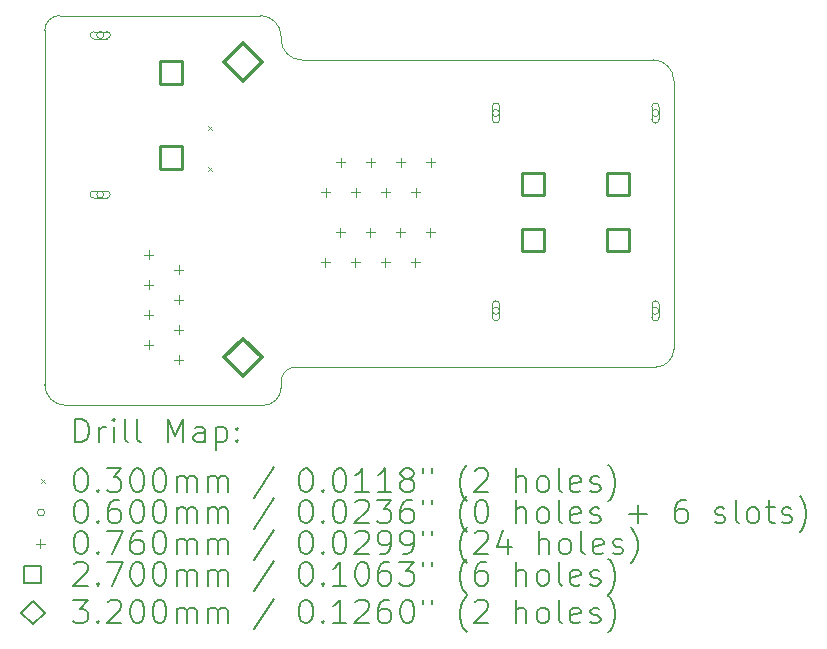
<source format=gbr>
%TF.GenerationSoftware,KiCad,Pcbnew,8.0.1-8.0.1-1~ubuntu22.04.1*%
%TF.CreationDate,2024-04-16T22:31:54-04:00*%
%TF.ProjectId,rocker_splitter,726f636b-6572-45f7-9370-6c6974746572,rev?*%
%TF.SameCoordinates,Original*%
%TF.FileFunction,Drillmap*%
%TF.FilePolarity,Positive*%
%FSLAX45Y45*%
G04 Gerber Fmt 4.5, Leading zero omitted, Abs format (unit mm)*
G04 Created by KiCad (PCBNEW 8.0.1-8.0.1-1~ubuntu22.04.1) date 2024-04-16 22:31:54*
%MOMM*%
%LPD*%
G01*
G04 APERTURE LIST*
%ADD10C,0.050000*%
%ADD11C,0.200000*%
%ADD12C,0.100000*%
%ADD13C,0.270000*%
%ADD14C,0.320000*%
G04 APERTURE END LIST*
D10*
X3864750Y-3039500D02*
G75*
G02*
X3989750Y-2914500I125000J0D01*
G01*
X9189750Y-5739500D02*
G75*
G02*
X9039750Y-5889500I-150000J0D01*
G01*
X5864750Y-6014500D02*
G75*
G02*
X5989750Y-5889500I125000J0D01*
G01*
X5864750Y-6064500D02*
G75*
G02*
X5714750Y-6214500I-150000J0D01*
G01*
X4039750Y-6214500D02*
G75*
G02*
X3864750Y-6039500I0J175000D01*
G01*
X9014750Y-3289500D02*
G75*
G02*
X9189750Y-3464500I0J-175000D01*
G01*
X3989750Y-2914500D02*
X5689750Y-2914500D01*
X6039750Y-3289500D02*
G75*
G02*
X5864750Y-3114500I0J175000D01*
G01*
X5689750Y-2914500D02*
G75*
G02*
X5864750Y-3089500I0J-175000D01*
G01*
X6039750Y-3289500D02*
X9014750Y-3289500D01*
X9189750Y-3464500D02*
X9189750Y-5739500D01*
X5714750Y-6214500D02*
X4039750Y-6214500D01*
X5864750Y-6014500D02*
X5864750Y-6064500D01*
X3864750Y-6039500D02*
X3864750Y-3039500D01*
X9039750Y-5889500D02*
X5989750Y-5889500D01*
X5864750Y-3089500D02*
X5864750Y-3114500D01*
D11*
D12*
X5249750Y-3849500D02*
X5279750Y-3879500D01*
X5279750Y-3849500D02*
X5249750Y-3879500D01*
X5249750Y-4199500D02*
X5279750Y-4229500D01*
X5279750Y-4199500D02*
X5249750Y-4229500D01*
X4364250Y-3079500D02*
G75*
G02*
X4304250Y-3079500I-30000J0D01*
G01*
X4304250Y-3079500D02*
G75*
G02*
X4364250Y-3079500I30000J0D01*
G01*
X4279250Y-3109500D02*
X4389250Y-3109500D01*
X4389250Y-3049500D02*
G75*
G02*
X4389250Y-3109500I0J-30000D01*
G01*
X4389250Y-3049500D02*
X4279250Y-3049500D01*
X4279250Y-3049500D02*
G75*
G03*
X4279250Y-3109500I0J-30000D01*
G01*
X4364250Y-4429500D02*
G75*
G02*
X4304250Y-4429500I-30000J0D01*
G01*
X4304250Y-4429500D02*
G75*
G02*
X4364250Y-4429500I30000J0D01*
G01*
X4279250Y-4459500D02*
X4389250Y-4459500D01*
X4389250Y-4399500D02*
G75*
G02*
X4389250Y-4459500I0J-30000D01*
G01*
X4389250Y-4399500D02*
X4279250Y-4399500D01*
X4279250Y-4399500D02*
G75*
G03*
X4279250Y-4459500I0J-30000D01*
G01*
X7714500Y-3739500D02*
G75*
G02*
X7654500Y-3739500I-30000J0D01*
G01*
X7654500Y-3739500D02*
G75*
G02*
X7714500Y-3739500I30000J0D01*
G01*
X7654500Y-3684500D02*
X7654500Y-3794500D01*
X7714500Y-3794500D02*
G75*
G02*
X7654500Y-3794500I-30000J0D01*
G01*
X7714500Y-3794500D02*
X7714500Y-3684500D01*
X7714500Y-3684500D02*
G75*
G03*
X7654500Y-3684500I-30000J0D01*
G01*
X7714500Y-5414500D02*
G75*
G02*
X7654500Y-5414500I-30000J0D01*
G01*
X7654500Y-5414500D02*
G75*
G02*
X7714500Y-5414500I30000J0D01*
G01*
X7714500Y-5469500D02*
X7714500Y-5359500D01*
X7654500Y-5359500D02*
G75*
G02*
X7714500Y-5359500I30000J0D01*
G01*
X7654500Y-5359500D02*
X7654500Y-5469500D01*
X7654500Y-5469500D02*
G75*
G03*
X7714500Y-5469500I30000J0D01*
G01*
X9064500Y-3739500D02*
G75*
G02*
X9004500Y-3739500I-30000J0D01*
G01*
X9004500Y-3739500D02*
G75*
G02*
X9064500Y-3739500I30000J0D01*
G01*
X9004500Y-3684500D02*
X9004500Y-3794500D01*
X9064500Y-3794500D02*
G75*
G02*
X9004500Y-3794500I-30000J0D01*
G01*
X9064500Y-3794500D02*
X9064500Y-3684500D01*
X9064500Y-3684500D02*
G75*
G03*
X9004500Y-3684500I-30000J0D01*
G01*
X9064500Y-5414500D02*
G75*
G02*
X9004500Y-5414500I-30000J0D01*
G01*
X9004500Y-5414500D02*
G75*
G02*
X9064500Y-5414500I30000J0D01*
G01*
X9064500Y-5469500D02*
X9064500Y-5359500D01*
X9004500Y-5359500D02*
G75*
G02*
X9064500Y-5359500I30000J0D01*
G01*
X9004500Y-5359500D02*
X9004500Y-5469500D01*
X9004500Y-5469500D02*
G75*
G03*
X9064500Y-5469500I30000J0D01*
G01*
X4744250Y-4901500D02*
X4744250Y-4977500D01*
X4706250Y-4939500D02*
X4782250Y-4939500D01*
X4744250Y-5155500D02*
X4744250Y-5231500D01*
X4706250Y-5193500D02*
X4782250Y-5193500D01*
X4744250Y-5409500D02*
X4744250Y-5485500D01*
X4706250Y-5447500D02*
X4782250Y-5447500D01*
X4744250Y-5663500D02*
X4744250Y-5739500D01*
X4706250Y-5701500D02*
X4782250Y-5701500D01*
X4998250Y-5028500D02*
X4998250Y-5104500D01*
X4960250Y-5066500D02*
X5036250Y-5066500D01*
X4998250Y-5282500D02*
X4998250Y-5358500D01*
X4960250Y-5320500D02*
X5036250Y-5320500D01*
X4998250Y-5536500D02*
X4998250Y-5612500D01*
X4960250Y-5574500D02*
X5036250Y-5574500D01*
X4998250Y-5790500D02*
X4998250Y-5866500D01*
X4960250Y-5828500D02*
X5036250Y-5828500D01*
X6240750Y-4965500D02*
X6240750Y-5041500D01*
X6202750Y-5003500D02*
X6278750Y-5003500D01*
X6245250Y-4370500D02*
X6245250Y-4446500D01*
X6207250Y-4408500D02*
X6283250Y-4408500D01*
X6367750Y-4711500D02*
X6367750Y-4787500D01*
X6329750Y-4749500D02*
X6405750Y-4749500D01*
X6372250Y-4116500D02*
X6372250Y-4192500D01*
X6334250Y-4154500D02*
X6410250Y-4154500D01*
X6494750Y-4965500D02*
X6494750Y-5041500D01*
X6456750Y-5003500D02*
X6532750Y-5003500D01*
X6499250Y-4370500D02*
X6499250Y-4446500D01*
X6461250Y-4408500D02*
X6537250Y-4408500D01*
X6621750Y-4711500D02*
X6621750Y-4787500D01*
X6583750Y-4749500D02*
X6659750Y-4749500D01*
X6626250Y-4116500D02*
X6626250Y-4192500D01*
X6588250Y-4154500D02*
X6664250Y-4154500D01*
X6748750Y-4965500D02*
X6748750Y-5041500D01*
X6710750Y-5003500D02*
X6786750Y-5003500D01*
X6753250Y-4370500D02*
X6753250Y-4446500D01*
X6715250Y-4408500D02*
X6791250Y-4408500D01*
X6875750Y-4711500D02*
X6875750Y-4787500D01*
X6837750Y-4749500D02*
X6913750Y-4749500D01*
X6880250Y-4116500D02*
X6880250Y-4192500D01*
X6842250Y-4154500D02*
X6918250Y-4154500D01*
X7002750Y-4965500D02*
X7002750Y-5041500D01*
X6964750Y-5003500D02*
X7040750Y-5003500D01*
X7007250Y-4370500D02*
X7007250Y-4446500D01*
X6969250Y-4408500D02*
X7045250Y-4408500D01*
X7129750Y-4711500D02*
X7129750Y-4787500D01*
X7091750Y-4749500D02*
X7167750Y-4749500D01*
X7134250Y-4116500D02*
X7134250Y-4192500D01*
X7096250Y-4154500D02*
X7172250Y-4154500D01*
D13*
X5029710Y-3489960D02*
X5029710Y-3299040D01*
X4838790Y-3299040D01*
X4838790Y-3489960D01*
X5029710Y-3489960D01*
X5029710Y-4209960D02*
X5029710Y-4019040D01*
X4838790Y-4019040D01*
X4838790Y-4209960D01*
X5029710Y-4209960D01*
X8094960Y-4434960D02*
X8094960Y-4244040D01*
X7904040Y-4244040D01*
X7904040Y-4434960D01*
X8094960Y-4434960D01*
X8094960Y-4909960D02*
X8094960Y-4719040D01*
X7904040Y-4719040D01*
X7904040Y-4909960D01*
X8094960Y-4909960D01*
X8814960Y-4434960D02*
X8814960Y-4244040D01*
X8624040Y-4244040D01*
X8624040Y-4434960D01*
X8814960Y-4434960D01*
X8814960Y-4909960D02*
X8814960Y-4719040D01*
X8624040Y-4719040D01*
X8624040Y-4909960D01*
X8814960Y-4909960D01*
D14*
X5539500Y-3469500D02*
X5699500Y-3309500D01*
X5539500Y-3149500D01*
X5379500Y-3309500D01*
X5539500Y-3469500D01*
X5539500Y-5969500D02*
X5699500Y-5809500D01*
X5539500Y-5649500D01*
X5379500Y-5809500D01*
X5539500Y-5969500D01*
D11*
X4123027Y-6528484D02*
X4123027Y-6328484D01*
X4123027Y-6328484D02*
X4170646Y-6328484D01*
X4170646Y-6328484D02*
X4199217Y-6338008D01*
X4199217Y-6338008D02*
X4218265Y-6357055D01*
X4218265Y-6357055D02*
X4227789Y-6376103D01*
X4227789Y-6376103D02*
X4237313Y-6414198D01*
X4237313Y-6414198D02*
X4237313Y-6442769D01*
X4237313Y-6442769D02*
X4227789Y-6480865D01*
X4227789Y-6480865D02*
X4218265Y-6499912D01*
X4218265Y-6499912D02*
X4199217Y-6518960D01*
X4199217Y-6518960D02*
X4170646Y-6528484D01*
X4170646Y-6528484D02*
X4123027Y-6528484D01*
X4323027Y-6528484D02*
X4323027Y-6395150D01*
X4323027Y-6433246D02*
X4332551Y-6414198D01*
X4332551Y-6414198D02*
X4342074Y-6404674D01*
X4342074Y-6404674D02*
X4361122Y-6395150D01*
X4361122Y-6395150D02*
X4380170Y-6395150D01*
X4446836Y-6528484D02*
X4446836Y-6395150D01*
X4446836Y-6328484D02*
X4437313Y-6338008D01*
X4437313Y-6338008D02*
X4446836Y-6347531D01*
X4446836Y-6347531D02*
X4456360Y-6338008D01*
X4456360Y-6338008D02*
X4446836Y-6328484D01*
X4446836Y-6328484D02*
X4446836Y-6347531D01*
X4570646Y-6528484D02*
X4551598Y-6518960D01*
X4551598Y-6518960D02*
X4542074Y-6499912D01*
X4542074Y-6499912D02*
X4542074Y-6328484D01*
X4675408Y-6528484D02*
X4656360Y-6518960D01*
X4656360Y-6518960D02*
X4646836Y-6499912D01*
X4646836Y-6499912D02*
X4646836Y-6328484D01*
X4903979Y-6528484D02*
X4903979Y-6328484D01*
X4903979Y-6328484D02*
X4970646Y-6471341D01*
X4970646Y-6471341D02*
X5037313Y-6328484D01*
X5037313Y-6328484D02*
X5037313Y-6528484D01*
X5218265Y-6528484D02*
X5218265Y-6423722D01*
X5218265Y-6423722D02*
X5208741Y-6404674D01*
X5208741Y-6404674D02*
X5189694Y-6395150D01*
X5189694Y-6395150D02*
X5151598Y-6395150D01*
X5151598Y-6395150D02*
X5132551Y-6404674D01*
X5218265Y-6518960D02*
X5199217Y-6528484D01*
X5199217Y-6528484D02*
X5151598Y-6528484D01*
X5151598Y-6528484D02*
X5132551Y-6518960D01*
X5132551Y-6518960D02*
X5123027Y-6499912D01*
X5123027Y-6499912D02*
X5123027Y-6480865D01*
X5123027Y-6480865D02*
X5132551Y-6461817D01*
X5132551Y-6461817D02*
X5151598Y-6452293D01*
X5151598Y-6452293D02*
X5199217Y-6452293D01*
X5199217Y-6452293D02*
X5218265Y-6442769D01*
X5313503Y-6395150D02*
X5313503Y-6595150D01*
X5313503Y-6404674D02*
X5332551Y-6395150D01*
X5332551Y-6395150D02*
X5370646Y-6395150D01*
X5370646Y-6395150D02*
X5389694Y-6404674D01*
X5389694Y-6404674D02*
X5399217Y-6414198D01*
X5399217Y-6414198D02*
X5408741Y-6433246D01*
X5408741Y-6433246D02*
X5408741Y-6490388D01*
X5408741Y-6490388D02*
X5399217Y-6509436D01*
X5399217Y-6509436D02*
X5389694Y-6518960D01*
X5389694Y-6518960D02*
X5370646Y-6528484D01*
X5370646Y-6528484D02*
X5332551Y-6528484D01*
X5332551Y-6528484D02*
X5313503Y-6518960D01*
X5494455Y-6509436D02*
X5503979Y-6518960D01*
X5503979Y-6518960D02*
X5494455Y-6528484D01*
X5494455Y-6528484D02*
X5484932Y-6518960D01*
X5484932Y-6518960D02*
X5494455Y-6509436D01*
X5494455Y-6509436D02*
X5494455Y-6528484D01*
X5494455Y-6404674D02*
X5503979Y-6414198D01*
X5503979Y-6414198D02*
X5494455Y-6423722D01*
X5494455Y-6423722D02*
X5484932Y-6414198D01*
X5484932Y-6414198D02*
X5494455Y-6404674D01*
X5494455Y-6404674D02*
X5494455Y-6423722D01*
D12*
X3832250Y-6842000D02*
X3862250Y-6872000D01*
X3862250Y-6842000D02*
X3832250Y-6872000D01*
D11*
X4161122Y-6748484D02*
X4180170Y-6748484D01*
X4180170Y-6748484D02*
X4199217Y-6758008D01*
X4199217Y-6758008D02*
X4208741Y-6767531D01*
X4208741Y-6767531D02*
X4218265Y-6786579D01*
X4218265Y-6786579D02*
X4227789Y-6824674D01*
X4227789Y-6824674D02*
X4227789Y-6872293D01*
X4227789Y-6872293D02*
X4218265Y-6910388D01*
X4218265Y-6910388D02*
X4208741Y-6929436D01*
X4208741Y-6929436D02*
X4199217Y-6938960D01*
X4199217Y-6938960D02*
X4180170Y-6948484D01*
X4180170Y-6948484D02*
X4161122Y-6948484D01*
X4161122Y-6948484D02*
X4142074Y-6938960D01*
X4142074Y-6938960D02*
X4132551Y-6929436D01*
X4132551Y-6929436D02*
X4123027Y-6910388D01*
X4123027Y-6910388D02*
X4113503Y-6872293D01*
X4113503Y-6872293D02*
X4113503Y-6824674D01*
X4113503Y-6824674D02*
X4123027Y-6786579D01*
X4123027Y-6786579D02*
X4132551Y-6767531D01*
X4132551Y-6767531D02*
X4142074Y-6758008D01*
X4142074Y-6758008D02*
X4161122Y-6748484D01*
X4313503Y-6929436D02*
X4323027Y-6938960D01*
X4323027Y-6938960D02*
X4313503Y-6948484D01*
X4313503Y-6948484D02*
X4303979Y-6938960D01*
X4303979Y-6938960D02*
X4313503Y-6929436D01*
X4313503Y-6929436D02*
X4313503Y-6948484D01*
X4389694Y-6748484D02*
X4513503Y-6748484D01*
X4513503Y-6748484D02*
X4446836Y-6824674D01*
X4446836Y-6824674D02*
X4475408Y-6824674D01*
X4475408Y-6824674D02*
X4494455Y-6834198D01*
X4494455Y-6834198D02*
X4503979Y-6843722D01*
X4503979Y-6843722D02*
X4513503Y-6862769D01*
X4513503Y-6862769D02*
X4513503Y-6910388D01*
X4513503Y-6910388D02*
X4503979Y-6929436D01*
X4503979Y-6929436D02*
X4494455Y-6938960D01*
X4494455Y-6938960D02*
X4475408Y-6948484D01*
X4475408Y-6948484D02*
X4418265Y-6948484D01*
X4418265Y-6948484D02*
X4399217Y-6938960D01*
X4399217Y-6938960D02*
X4389694Y-6929436D01*
X4637313Y-6748484D02*
X4656360Y-6748484D01*
X4656360Y-6748484D02*
X4675408Y-6758008D01*
X4675408Y-6758008D02*
X4684932Y-6767531D01*
X4684932Y-6767531D02*
X4694455Y-6786579D01*
X4694455Y-6786579D02*
X4703979Y-6824674D01*
X4703979Y-6824674D02*
X4703979Y-6872293D01*
X4703979Y-6872293D02*
X4694455Y-6910388D01*
X4694455Y-6910388D02*
X4684932Y-6929436D01*
X4684932Y-6929436D02*
X4675408Y-6938960D01*
X4675408Y-6938960D02*
X4656360Y-6948484D01*
X4656360Y-6948484D02*
X4637313Y-6948484D01*
X4637313Y-6948484D02*
X4618265Y-6938960D01*
X4618265Y-6938960D02*
X4608741Y-6929436D01*
X4608741Y-6929436D02*
X4599217Y-6910388D01*
X4599217Y-6910388D02*
X4589694Y-6872293D01*
X4589694Y-6872293D02*
X4589694Y-6824674D01*
X4589694Y-6824674D02*
X4599217Y-6786579D01*
X4599217Y-6786579D02*
X4608741Y-6767531D01*
X4608741Y-6767531D02*
X4618265Y-6758008D01*
X4618265Y-6758008D02*
X4637313Y-6748484D01*
X4827789Y-6748484D02*
X4846836Y-6748484D01*
X4846836Y-6748484D02*
X4865884Y-6758008D01*
X4865884Y-6758008D02*
X4875408Y-6767531D01*
X4875408Y-6767531D02*
X4884932Y-6786579D01*
X4884932Y-6786579D02*
X4894455Y-6824674D01*
X4894455Y-6824674D02*
X4894455Y-6872293D01*
X4894455Y-6872293D02*
X4884932Y-6910388D01*
X4884932Y-6910388D02*
X4875408Y-6929436D01*
X4875408Y-6929436D02*
X4865884Y-6938960D01*
X4865884Y-6938960D02*
X4846836Y-6948484D01*
X4846836Y-6948484D02*
X4827789Y-6948484D01*
X4827789Y-6948484D02*
X4808741Y-6938960D01*
X4808741Y-6938960D02*
X4799217Y-6929436D01*
X4799217Y-6929436D02*
X4789694Y-6910388D01*
X4789694Y-6910388D02*
X4780170Y-6872293D01*
X4780170Y-6872293D02*
X4780170Y-6824674D01*
X4780170Y-6824674D02*
X4789694Y-6786579D01*
X4789694Y-6786579D02*
X4799217Y-6767531D01*
X4799217Y-6767531D02*
X4808741Y-6758008D01*
X4808741Y-6758008D02*
X4827789Y-6748484D01*
X4980170Y-6948484D02*
X4980170Y-6815150D01*
X4980170Y-6834198D02*
X4989694Y-6824674D01*
X4989694Y-6824674D02*
X5008741Y-6815150D01*
X5008741Y-6815150D02*
X5037313Y-6815150D01*
X5037313Y-6815150D02*
X5056360Y-6824674D01*
X5056360Y-6824674D02*
X5065884Y-6843722D01*
X5065884Y-6843722D02*
X5065884Y-6948484D01*
X5065884Y-6843722D02*
X5075408Y-6824674D01*
X5075408Y-6824674D02*
X5094455Y-6815150D01*
X5094455Y-6815150D02*
X5123027Y-6815150D01*
X5123027Y-6815150D02*
X5142075Y-6824674D01*
X5142075Y-6824674D02*
X5151598Y-6843722D01*
X5151598Y-6843722D02*
X5151598Y-6948484D01*
X5246836Y-6948484D02*
X5246836Y-6815150D01*
X5246836Y-6834198D02*
X5256360Y-6824674D01*
X5256360Y-6824674D02*
X5275408Y-6815150D01*
X5275408Y-6815150D02*
X5303979Y-6815150D01*
X5303979Y-6815150D02*
X5323027Y-6824674D01*
X5323027Y-6824674D02*
X5332551Y-6843722D01*
X5332551Y-6843722D02*
X5332551Y-6948484D01*
X5332551Y-6843722D02*
X5342075Y-6824674D01*
X5342075Y-6824674D02*
X5361122Y-6815150D01*
X5361122Y-6815150D02*
X5389694Y-6815150D01*
X5389694Y-6815150D02*
X5408741Y-6824674D01*
X5408741Y-6824674D02*
X5418265Y-6843722D01*
X5418265Y-6843722D02*
X5418265Y-6948484D01*
X5808741Y-6738960D02*
X5637313Y-6996103D01*
X6065884Y-6748484D02*
X6084932Y-6748484D01*
X6084932Y-6748484D02*
X6103979Y-6758008D01*
X6103979Y-6758008D02*
X6113503Y-6767531D01*
X6113503Y-6767531D02*
X6123027Y-6786579D01*
X6123027Y-6786579D02*
X6132551Y-6824674D01*
X6132551Y-6824674D02*
X6132551Y-6872293D01*
X6132551Y-6872293D02*
X6123027Y-6910388D01*
X6123027Y-6910388D02*
X6113503Y-6929436D01*
X6113503Y-6929436D02*
X6103979Y-6938960D01*
X6103979Y-6938960D02*
X6084932Y-6948484D01*
X6084932Y-6948484D02*
X6065884Y-6948484D01*
X6065884Y-6948484D02*
X6046836Y-6938960D01*
X6046836Y-6938960D02*
X6037313Y-6929436D01*
X6037313Y-6929436D02*
X6027789Y-6910388D01*
X6027789Y-6910388D02*
X6018265Y-6872293D01*
X6018265Y-6872293D02*
X6018265Y-6824674D01*
X6018265Y-6824674D02*
X6027789Y-6786579D01*
X6027789Y-6786579D02*
X6037313Y-6767531D01*
X6037313Y-6767531D02*
X6046836Y-6758008D01*
X6046836Y-6758008D02*
X6065884Y-6748484D01*
X6218265Y-6929436D02*
X6227789Y-6938960D01*
X6227789Y-6938960D02*
X6218265Y-6948484D01*
X6218265Y-6948484D02*
X6208741Y-6938960D01*
X6208741Y-6938960D02*
X6218265Y-6929436D01*
X6218265Y-6929436D02*
X6218265Y-6948484D01*
X6351598Y-6748484D02*
X6370646Y-6748484D01*
X6370646Y-6748484D02*
X6389694Y-6758008D01*
X6389694Y-6758008D02*
X6399217Y-6767531D01*
X6399217Y-6767531D02*
X6408741Y-6786579D01*
X6408741Y-6786579D02*
X6418265Y-6824674D01*
X6418265Y-6824674D02*
X6418265Y-6872293D01*
X6418265Y-6872293D02*
X6408741Y-6910388D01*
X6408741Y-6910388D02*
X6399217Y-6929436D01*
X6399217Y-6929436D02*
X6389694Y-6938960D01*
X6389694Y-6938960D02*
X6370646Y-6948484D01*
X6370646Y-6948484D02*
X6351598Y-6948484D01*
X6351598Y-6948484D02*
X6332551Y-6938960D01*
X6332551Y-6938960D02*
X6323027Y-6929436D01*
X6323027Y-6929436D02*
X6313503Y-6910388D01*
X6313503Y-6910388D02*
X6303979Y-6872293D01*
X6303979Y-6872293D02*
X6303979Y-6824674D01*
X6303979Y-6824674D02*
X6313503Y-6786579D01*
X6313503Y-6786579D02*
X6323027Y-6767531D01*
X6323027Y-6767531D02*
X6332551Y-6758008D01*
X6332551Y-6758008D02*
X6351598Y-6748484D01*
X6608741Y-6948484D02*
X6494456Y-6948484D01*
X6551598Y-6948484D02*
X6551598Y-6748484D01*
X6551598Y-6748484D02*
X6532551Y-6777055D01*
X6532551Y-6777055D02*
X6513503Y-6796103D01*
X6513503Y-6796103D02*
X6494456Y-6805627D01*
X6799217Y-6948484D02*
X6684932Y-6948484D01*
X6742075Y-6948484D02*
X6742075Y-6748484D01*
X6742075Y-6748484D02*
X6723027Y-6777055D01*
X6723027Y-6777055D02*
X6703979Y-6796103D01*
X6703979Y-6796103D02*
X6684932Y-6805627D01*
X6913503Y-6834198D02*
X6894456Y-6824674D01*
X6894456Y-6824674D02*
X6884932Y-6815150D01*
X6884932Y-6815150D02*
X6875408Y-6796103D01*
X6875408Y-6796103D02*
X6875408Y-6786579D01*
X6875408Y-6786579D02*
X6884932Y-6767531D01*
X6884932Y-6767531D02*
X6894456Y-6758008D01*
X6894456Y-6758008D02*
X6913503Y-6748484D01*
X6913503Y-6748484D02*
X6951598Y-6748484D01*
X6951598Y-6748484D02*
X6970646Y-6758008D01*
X6970646Y-6758008D02*
X6980170Y-6767531D01*
X6980170Y-6767531D02*
X6989694Y-6786579D01*
X6989694Y-6786579D02*
X6989694Y-6796103D01*
X6989694Y-6796103D02*
X6980170Y-6815150D01*
X6980170Y-6815150D02*
X6970646Y-6824674D01*
X6970646Y-6824674D02*
X6951598Y-6834198D01*
X6951598Y-6834198D02*
X6913503Y-6834198D01*
X6913503Y-6834198D02*
X6894456Y-6843722D01*
X6894456Y-6843722D02*
X6884932Y-6853246D01*
X6884932Y-6853246D02*
X6875408Y-6872293D01*
X6875408Y-6872293D02*
X6875408Y-6910388D01*
X6875408Y-6910388D02*
X6884932Y-6929436D01*
X6884932Y-6929436D02*
X6894456Y-6938960D01*
X6894456Y-6938960D02*
X6913503Y-6948484D01*
X6913503Y-6948484D02*
X6951598Y-6948484D01*
X6951598Y-6948484D02*
X6970646Y-6938960D01*
X6970646Y-6938960D02*
X6980170Y-6929436D01*
X6980170Y-6929436D02*
X6989694Y-6910388D01*
X6989694Y-6910388D02*
X6989694Y-6872293D01*
X6989694Y-6872293D02*
X6980170Y-6853246D01*
X6980170Y-6853246D02*
X6970646Y-6843722D01*
X6970646Y-6843722D02*
X6951598Y-6834198D01*
X7065884Y-6748484D02*
X7065884Y-6786579D01*
X7142075Y-6748484D02*
X7142075Y-6786579D01*
X7437313Y-7024674D02*
X7427789Y-7015150D01*
X7427789Y-7015150D02*
X7408741Y-6986579D01*
X7408741Y-6986579D02*
X7399218Y-6967531D01*
X7399218Y-6967531D02*
X7389694Y-6938960D01*
X7389694Y-6938960D02*
X7380170Y-6891341D01*
X7380170Y-6891341D02*
X7380170Y-6853246D01*
X7380170Y-6853246D02*
X7389694Y-6805627D01*
X7389694Y-6805627D02*
X7399218Y-6777055D01*
X7399218Y-6777055D02*
X7408741Y-6758008D01*
X7408741Y-6758008D02*
X7427789Y-6729436D01*
X7427789Y-6729436D02*
X7437313Y-6719912D01*
X7503979Y-6767531D02*
X7513503Y-6758008D01*
X7513503Y-6758008D02*
X7532551Y-6748484D01*
X7532551Y-6748484D02*
X7580170Y-6748484D01*
X7580170Y-6748484D02*
X7599218Y-6758008D01*
X7599218Y-6758008D02*
X7608741Y-6767531D01*
X7608741Y-6767531D02*
X7618265Y-6786579D01*
X7618265Y-6786579D02*
X7618265Y-6805627D01*
X7618265Y-6805627D02*
X7608741Y-6834198D01*
X7608741Y-6834198D02*
X7494456Y-6948484D01*
X7494456Y-6948484D02*
X7618265Y-6948484D01*
X7856360Y-6948484D02*
X7856360Y-6748484D01*
X7942075Y-6948484D02*
X7942075Y-6843722D01*
X7942075Y-6843722D02*
X7932551Y-6824674D01*
X7932551Y-6824674D02*
X7913503Y-6815150D01*
X7913503Y-6815150D02*
X7884932Y-6815150D01*
X7884932Y-6815150D02*
X7865884Y-6824674D01*
X7865884Y-6824674D02*
X7856360Y-6834198D01*
X8065884Y-6948484D02*
X8046837Y-6938960D01*
X8046837Y-6938960D02*
X8037313Y-6929436D01*
X8037313Y-6929436D02*
X8027789Y-6910388D01*
X8027789Y-6910388D02*
X8027789Y-6853246D01*
X8027789Y-6853246D02*
X8037313Y-6834198D01*
X8037313Y-6834198D02*
X8046837Y-6824674D01*
X8046837Y-6824674D02*
X8065884Y-6815150D01*
X8065884Y-6815150D02*
X8094456Y-6815150D01*
X8094456Y-6815150D02*
X8113503Y-6824674D01*
X8113503Y-6824674D02*
X8123027Y-6834198D01*
X8123027Y-6834198D02*
X8132551Y-6853246D01*
X8132551Y-6853246D02*
X8132551Y-6910388D01*
X8132551Y-6910388D02*
X8123027Y-6929436D01*
X8123027Y-6929436D02*
X8113503Y-6938960D01*
X8113503Y-6938960D02*
X8094456Y-6948484D01*
X8094456Y-6948484D02*
X8065884Y-6948484D01*
X8246837Y-6948484D02*
X8227789Y-6938960D01*
X8227789Y-6938960D02*
X8218265Y-6919912D01*
X8218265Y-6919912D02*
X8218265Y-6748484D01*
X8399218Y-6938960D02*
X8380170Y-6948484D01*
X8380170Y-6948484D02*
X8342075Y-6948484D01*
X8342075Y-6948484D02*
X8323027Y-6938960D01*
X8323027Y-6938960D02*
X8313503Y-6919912D01*
X8313503Y-6919912D02*
X8313503Y-6843722D01*
X8313503Y-6843722D02*
X8323027Y-6824674D01*
X8323027Y-6824674D02*
X8342075Y-6815150D01*
X8342075Y-6815150D02*
X8380170Y-6815150D01*
X8380170Y-6815150D02*
X8399218Y-6824674D01*
X8399218Y-6824674D02*
X8408742Y-6843722D01*
X8408742Y-6843722D02*
X8408742Y-6862769D01*
X8408742Y-6862769D02*
X8313503Y-6881817D01*
X8484932Y-6938960D02*
X8503980Y-6948484D01*
X8503980Y-6948484D02*
X8542075Y-6948484D01*
X8542075Y-6948484D02*
X8561123Y-6938960D01*
X8561123Y-6938960D02*
X8570646Y-6919912D01*
X8570646Y-6919912D02*
X8570646Y-6910388D01*
X8570646Y-6910388D02*
X8561123Y-6891341D01*
X8561123Y-6891341D02*
X8542075Y-6881817D01*
X8542075Y-6881817D02*
X8513503Y-6881817D01*
X8513503Y-6881817D02*
X8494456Y-6872293D01*
X8494456Y-6872293D02*
X8484932Y-6853246D01*
X8484932Y-6853246D02*
X8484932Y-6843722D01*
X8484932Y-6843722D02*
X8494456Y-6824674D01*
X8494456Y-6824674D02*
X8513503Y-6815150D01*
X8513503Y-6815150D02*
X8542075Y-6815150D01*
X8542075Y-6815150D02*
X8561123Y-6824674D01*
X8637313Y-7024674D02*
X8646837Y-7015150D01*
X8646837Y-7015150D02*
X8665884Y-6986579D01*
X8665884Y-6986579D02*
X8675408Y-6967531D01*
X8675408Y-6967531D02*
X8684932Y-6938960D01*
X8684932Y-6938960D02*
X8694456Y-6891341D01*
X8694456Y-6891341D02*
X8694456Y-6853246D01*
X8694456Y-6853246D02*
X8684932Y-6805627D01*
X8684932Y-6805627D02*
X8675408Y-6777055D01*
X8675408Y-6777055D02*
X8665884Y-6758008D01*
X8665884Y-6758008D02*
X8646837Y-6729436D01*
X8646837Y-6729436D02*
X8637313Y-6719912D01*
D12*
X3862250Y-7121000D02*
G75*
G02*
X3802250Y-7121000I-30000J0D01*
G01*
X3802250Y-7121000D02*
G75*
G02*
X3862250Y-7121000I30000J0D01*
G01*
D11*
X4161122Y-7012484D02*
X4180170Y-7012484D01*
X4180170Y-7012484D02*
X4199217Y-7022008D01*
X4199217Y-7022008D02*
X4208741Y-7031531D01*
X4208741Y-7031531D02*
X4218265Y-7050579D01*
X4218265Y-7050579D02*
X4227789Y-7088674D01*
X4227789Y-7088674D02*
X4227789Y-7136293D01*
X4227789Y-7136293D02*
X4218265Y-7174388D01*
X4218265Y-7174388D02*
X4208741Y-7193436D01*
X4208741Y-7193436D02*
X4199217Y-7202960D01*
X4199217Y-7202960D02*
X4180170Y-7212484D01*
X4180170Y-7212484D02*
X4161122Y-7212484D01*
X4161122Y-7212484D02*
X4142074Y-7202960D01*
X4142074Y-7202960D02*
X4132551Y-7193436D01*
X4132551Y-7193436D02*
X4123027Y-7174388D01*
X4123027Y-7174388D02*
X4113503Y-7136293D01*
X4113503Y-7136293D02*
X4113503Y-7088674D01*
X4113503Y-7088674D02*
X4123027Y-7050579D01*
X4123027Y-7050579D02*
X4132551Y-7031531D01*
X4132551Y-7031531D02*
X4142074Y-7022008D01*
X4142074Y-7022008D02*
X4161122Y-7012484D01*
X4313503Y-7193436D02*
X4323027Y-7202960D01*
X4323027Y-7202960D02*
X4313503Y-7212484D01*
X4313503Y-7212484D02*
X4303979Y-7202960D01*
X4303979Y-7202960D02*
X4313503Y-7193436D01*
X4313503Y-7193436D02*
X4313503Y-7212484D01*
X4494455Y-7012484D02*
X4456360Y-7012484D01*
X4456360Y-7012484D02*
X4437313Y-7022008D01*
X4437313Y-7022008D02*
X4427789Y-7031531D01*
X4427789Y-7031531D02*
X4408741Y-7060103D01*
X4408741Y-7060103D02*
X4399217Y-7098198D01*
X4399217Y-7098198D02*
X4399217Y-7174388D01*
X4399217Y-7174388D02*
X4408741Y-7193436D01*
X4408741Y-7193436D02*
X4418265Y-7202960D01*
X4418265Y-7202960D02*
X4437313Y-7212484D01*
X4437313Y-7212484D02*
X4475408Y-7212484D01*
X4475408Y-7212484D02*
X4494455Y-7202960D01*
X4494455Y-7202960D02*
X4503979Y-7193436D01*
X4503979Y-7193436D02*
X4513503Y-7174388D01*
X4513503Y-7174388D02*
X4513503Y-7126769D01*
X4513503Y-7126769D02*
X4503979Y-7107722D01*
X4503979Y-7107722D02*
X4494455Y-7098198D01*
X4494455Y-7098198D02*
X4475408Y-7088674D01*
X4475408Y-7088674D02*
X4437313Y-7088674D01*
X4437313Y-7088674D02*
X4418265Y-7098198D01*
X4418265Y-7098198D02*
X4408741Y-7107722D01*
X4408741Y-7107722D02*
X4399217Y-7126769D01*
X4637313Y-7012484D02*
X4656360Y-7012484D01*
X4656360Y-7012484D02*
X4675408Y-7022008D01*
X4675408Y-7022008D02*
X4684932Y-7031531D01*
X4684932Y-7031531D02*
X4694455Y-7050579D01*
X4694455Y-7050579D02*
X4703979Y-7088674D01*
X4703979Y-7088674D02*
X4703979Y-7136293D01*
X4703979Y-7136293D02*
X4694455Y-7174388D01*
X4694455Y-7174388D02*
X4684932Y-7193436D01*
X4684932Y-7193436D02*
X4675408Y-7202960D01*
X4675408Y-7202960D02*
X4656360Y-7212484D01*
X4656360Y-7212484D02*
X4637313Y-7212484D01*
X4637313Y-7212484D02*
X4618265Y-7202960D01*
X4618265Y-7202960D02*
X4608741Y-7193436D01*
X4608741Y-7193436D02*
X4599217Y-7174388D01*
X4599217Y-7174388D02*
X4589694Y-7136293D01*
X4589694Y-7136293D02*
X4589694Y-7088674D01*
X4589694Y-7088674D02*
X4599217Y-7050579D01*
X4599217Y-7050579D02*
X4608741Y-7031531D01*
X4608741Y-7031531D02*
X4618265Y-7022008D01*
X4618265Y-7022008D02*
X4637313Y-7012484D01*
X4827789Y-7012484D02*
X4846836Y-7012484D01*
X4846836Y-7012484D02*
X4865884Y-7022008D01*
X4865884Y-7022008D02*
X4875408Y-7031531D01*
X4875408Y-7031531D02*
X4884932Y-7050579D01*
X4884932Y-7050579D02*
X4894455Y-7088674D01*
X4894455Y-7088674D02*
X4894455Y-7136293D01*
X4894455Y-7136293D02*
X4884932Y-7174388D01*
X4884932Y-7174388D02*
X4875408Y-7193436D01*
X4875408Y-7193436D02*
X4865884Y-7202960D01*
X4865884Y-7202960D02*
X4846836Y-7212484D01*
X4846836Y-7212484D02*
X4827789Y-7212484D01*
X4827789Y-7212484D02*
X4808741Y-7202960D01*
X4808741Y-7202960D02*
X4799217Y-7193436D01*
X4799217Y-7193436D02*
X4789694Y-7174388D01*
X4789694Y-7174388D02*
X4780170Y-7136293D01*
X4780170Y-7136293D02*
X4780170Y-7088674D01*
X4780170Y-7088674D02*
X4789694Y-7050579D01*
X4789694Y-7050579D02*
X4799217Y-7031531D01*
X4799217Y-7031531D02*
X4808741Y-7022008D01*
X4808741Y-7022008D02*
X4827789Y-7012484D01*
X4980170Y-7212484D02*
X4980170Y-7079150D01*
X4980170Y-7098198D02*
X4989694Y-7088674D01*
X4989694Y-7088674D02*
X5008741Y-7079150D01*
X5008741Y-7079150D02*
X5037313Y-7079150D01*
X5037313Y-7079150D02*
X5056360Y-7088674D01*
X5056360Y-7088674D02*
X5065884Y-7107722D01*
X5065884Y-7107722D02*
X5065884Y-7212484D01*
X5065884Y-7107722D02*
X5075408Y-7088674D01*
X5075408Y-7088674D02*
X5094455Y-7079150D01*
X5094455Y-7079150D02*
X5123027Y-7079150D01*
X5123027Y-7079150D02*
X5142075Y-7088674D01*
X5142075Y-7088674D02*
X5151598Y-7107722D01*
X5151598Y-7107722D02*
X5151598Y-7212484D01*
X5246836Y-7212484D02*
X5246836Y-7079150D01*
X5246836Y-7098198D02*
X5256360Y-7088674D01*
X5256360Y-7088674D02*
X5275408Y-7079150D01*
X5275408Y-7079150D02*
X5303979Y-7079150D01*
X5303979Y-7079150D02*
X5323027Y-7088674D01*
X5323027Y-7088674D02*
X5332551Y-7107722D01*
X5332551Y-7107722D02*
X5332551Y-7212484D01*
X5332551Y-7107722D02*
X5342075Y-7088674D01*
X5342075Y-7088674D02*
X5361122Y-7079150D01*
X5361122Y-7079150D02*
X5389694Y-7079150D01*
X5389694Y-7079150D02*
X5408741Y-7088674D01*
X5408741Y-7088674D02*
X5418265Y-7107722D01*
X5418265Y-7107722D02*
X5418265Y-7212484D01*
X5808741Y-7002960D02*
X5637313Y-7260103D01*
X6065884Y-7012484D02*
X6084932Y-7012484D01*
X6084932Y-7012484D02*
X6103979Y-7022008D01*
X6103979Y-7022008D02*
X6113503Y-7031531D01*
X6113503Y-7031531D02*
X6123027Y-7050579D01*
X6123027Y-7050579D02*
X6132551Y-7088674D01*
X6132551Y-7088674D02*
X6132551Y-7136293D01*
X6132551Y-7136293D02*
X6123027Y-7174388D01*
X6123027Y-7174388D02*
X6113503Y-7193436D01*
X6113503Y-7193436D02*
X6103979Y-7202960D01*
X6103979Y-7202960D02*
X6084932Y-7212484D01*
X6084932Y-7212484D02*
X6065884Y-7212484D01*
X6065884Y-7212484D02*
X6046836Y-7202960D01*
X6046836Y-7202960D02*
X6037313Y-7193436D01*
X6037313Y-7193436D02*
X6027789Y-7174388D01*
X6027789Y-7174388D02*
X6018265Y-7136293D01*
X6018265Y-7136293D02*
X6018265Y-7088674D01*
X6018265Y-7088674D02*
X6027789Y-7050579D01*
X6027789Y-7050579D02*
X6037313Y-7031531D01*
X6037313Y-7031531D02*
X6046836Y-7022008D01*
X6046836Y-7022008D02*
X6065884Y-7012484D01*
X6218265Y-7193436D02*
X6227789Y-7202960D01*
X6227789Y-7202960D02*
X6218265Y-7212484D01*
X6218265Y-7212484D02*
X6208741Y-7202960D01*
X6208741Y-7202960D02*
X6218265Y-7193436D01*
X6218265Y-7193436D02*
X6218265Y-7212484D01*
X6351598Y-7012484D02*
X6370646Y-7012484D01*
X6370646Y-7012484D02*
X6389694Y-7022008D01*
X6389694Y-7022008D02*
X6399217Y-7031531D01*
X6399217Y-7031531D02*
X6408741Y-7050579D01*
X6408741Y-7050579D02*
X6418265Y-7088674D01*
X6418265Y-7088674D02*
X6418265Y-7136293D01*
X6418265Y-7136293D02*
X6408741Y-7174388D01*
X6408741Y-7174388D02*
X6399217Y-7193436D01*
X6399217Y-7193436D02*
X6389694Y-7202960D01*
X6389694Y-7202960D02*
X6370646Y-7212484D01*
X6370646Y-7212484D02*
X6351598Y-7212484D01*
X6351598Y-7212484D02*
X6332551Y-7202960D01*
X6332551Y-7202960D02*
X6323027Y-7193436D01*
X6323027Y-7193436D02*
X6313503Y-7174388D01*
X6313503Y-7174388D02*
X6303979Y-7136293D01*
X6303979Y-7136293D02*
X6303979Y-7088674D01*
X6303979Y-7088674D02*
X6313503Y-7050579D01*
X6313503Y-7050579D02*
X6323027Y-7031531D01*
X6323027Y-7031531D02*
X6332551Y-7022008D01*
X6332551Y-7022008D02*
X6351598Y-7012484D01*
X6494456Y-7031531D02*
X6503979Y-7022008D01*
X6503979Y-7022008D02*
X6523027Y-7012484D01*
X6523027Y-7012484D02*
X6570646Y-7012484D01*
X6570646Y-7012484D02*
X6589694Y-7022008D01*
X6589694Y-7022008D02*
X6599217Y-7031531D01*
X6599217Y-7031531D02*
X6608741Y-7050579D01*
X6608741Y-7050579D02*
X6608741Y-7069627D01*
X6608741Y-7069627D02*
X6599217Y-7098198D01*
X6599217Y-7098198D02*
X6484932Y-7212484D01*
X6484932Y-7212484D02*
X6608741Y-7212484D01*
X6675408Y-7012484D02*
X6799217Y-7012484D01*
X6799217Y-7012484D02*
X6732551Y-7088674D01*
X6732551Y-7088674D02*
X6761122Y-7088674D01*
X6761122Y-7088674D02*
X6780170Y-7098198D01*
X6780170Y-7098198D02*
X6789694Y-7107722D01*
X6789694Y-7107722D02*
X6799217Y-7126769D01*
X6799217Y-7126769D02*
X6799217Y-7174388D01*
X6799217Y-7174388D02*
X6789694Y-7193436D01*
X6789694Y-7193436D02*
X6780170Y-7202960D01*
X6780170Y-7202960D02*
X6761122Y-7212484D01*
X6761122Y-7212484D02*
X6703979Y-7212484D01*
X6703979Y-7212484D02*
X6684932Y-7202960D01*
X6684932Y-7202960D02*
X6675408Y-7193436D01*
X6970646Y-7012484D02*
X6932551Y-7012484D01*
X6932551Y-7012484D02*
X6913503Y-7022008D01*
X6913503Y-7022008D02*
X6903979Y-7031531D01*
X6903979Y-7031531D02*
X6884932Y-7060103D01*
X6884932Y-7060103D02*
X6875408Y-7098198D01*
X6875408Y-7098198D02*
X6875408Y-7174388D01*
X6875408Y-7174388D02*
X6884932Y-7193436D01*
X6884932Y-7193436D02*
X6894456Y-7202960D01*
X6894456Y-7202960D02*
X6913503Y-7212484D01*
X6913503Y-7212484D02*
X6951598Y-7212484D01*
X6951598Y-7212484D02*
X6970646Y-7202960D01*
X6970646Y-7202960D02*
X6980170Y-7193436D01*
X6980170Y-7193436D02*
X6989694Y-7174388D01*
X6989694Y-7174388D02*
X6989694Y-7126769D01*
X6989694Y-7126769D02*
X6980170Y-7107722D01*
X6980170Y-7107722D02*
X6970646Y-7098198D01*
X6970646Y-7098198D02*
X6951598Y-7088674D01*
X6951598Y-7088674D02*
X6913503Y-7088674D01*
X6913503Y-7088674D02*
X6894456Y-7098198D01*
X6894456Y-7098198D02*
X6884932Y-7107722D01*
X6884932Y-7107722D02*
X6875408Y-7126769D01*
X7065884Y-7012484D02*
X7065884Y-7050579D01*
X7142075Y-7012484D02*
X7142075Y-7050579D01*
X7437313Y-7288674D02*
X7427789Y-7279150D01*
X7427789Y-7279150D02*
X7408741Y-7250579D01*
X7408741Y-7250579D02*
X7399218Y-7231531D01*
X7399218Y-7231531D02*
X7389694Y-7202960D01*
X7389694Y-7202960D02*
X7380170Y-7155341D01*
X7380170Y-7155341D02*
X7380170Y-7117246D01*
X7380170Y-7117246D02*
X7389694Y-7069627D01*
X7389694Y-7069627D02*
X7399218Y-7041055D01*
X7399218Y-7041055D02*
X7408741Y-7022008D01*
X7408741Y-7022008D02*
X7427789Y-6993436D01*
X7427789Y-6993436D02*
X7437313Y-6983912D01*
X7551598Y-7012484D02*
X7570646Y-7012484D01*
X7570646Y-7012484D02*
X7589694Y-7022008D01*
X7589694Y-7022008D02*
X7599218Y-7031531D01*
X7599218Y-7031531D02*
X7608741Y-7050579D01*
X7608741Y-7050579D02*
X7618265Y-7088674D01*
X7618265Y-7088674D02*
X7618265Y-7136293D01*
X7618265Y-7136293D02*
X7608741Y-7174388D01*
X7608741Y-7174388D02*
X7599218Y-7193436D01*
X7599218Y-7193436D02*
X7589694Y-7202960D01*
X7589694Y-7202960D02*
X7570646Y-7212484D01*
X7570646Y-7212484D02*
X7551598Y-7212484D01*
X7551598Y-7212484D02*
X7532551Y-7202960D01*
X7532551Y-7202960D02*
X7523027Y-7193436D01*
X7523027Y-7193436D02*
X7513503Y-7174388D01*
X7513503Y-7174388D02*
X7503979Y-7136293D01*
X7503979Y-7136293D02*
X7503979Y-7088674D01*
X7503979Y-7088674D02*
X7513503Y-7050579D01*
X7513503Y-7050579D02*
X7523027Y-7031531D01*
X7523027Y-7031531D02*
X7532551Y-7022008D01*
X7532551Y-7022008D02*
X7551598Y-7012484D01*
X7856360Y-7212484D02*
X7856360Y-7012484D01*
X7942075Y-7212484D02*
X7942075Y-7107722D01*
X7942075Y-7107722D02*
X7932551Y-7088674D01*
X7932551Y-7088674D02*
X7913503Y-7079150D01*
X7913503Y-7079150D02*
X7884932Y-7079150D01*
X7884932Y-7079150D02*
X7865884Y-7088674D01*
X7865884Y-7088674D02*
X7856360Y-7098198D01*
X8065884Y-7212484D02*
X8046837Y-7202960D01*
X8046837Y-7202960D02*
X8037313Y-7193436D01*
X8037313Y-7193436D02*
X8027789Y-7174388D01*
X8027789Y-7174388D02*
X8027789Y-7117246D01*
X8027789Y-7117246D02*
X8037313Y-7098198D01*
X8037313Y-7098198D02*
X8046837Y-7088674D01*
X8046837Y-7088674D02*
X8065884Y-7079150D01*
X8065884Y-7079150D02*
X8094456Y-7079150D01*
X8094456Y-7079150D02*
X8113503Y-7088674D01*
X8113503Y-7088674D02*
X8123027Y-7098198D01*
X8123027Y-7098198D02*
X8132551Y-7117246D01*
X8132551Y-7117246D02*
X8132551Y-7174388D01*
X8132551Y-7174388D02*
X8123027Y-7193436D01*
X8123027Y-7193436D02*
X8113503Y-7202960D01*
X8113503Y-7202960D02*
X8094456Y-7212484D01*
X8094456Y-7212484D02*
X8065884Y-7212484D01*
X8246837Y-7212484D02*
X8227789Y-7202960D01*
X8227789Y-7202960D02*
X8218265Y-7183912D01*
X8218265Y-7183912D02*
X8218265Y-7012484D01*
X8399218Y-7202960D02*
X8380170Y-7212484D01*
X8380170Y-7212484D02*
X8342075Y-7212484D01*
X8342075Y-7212484D02*
X8323027Y-7202960D01*
X8323027Y-7202960D02*
X8313503Y-7183912D01*
X8313503Y-7183912D02*
X8313503Y-7107722D01*
X8313503Y-7107722D02*
X8323027Y-7088674D01*
X8323027Y-7088674D02*
X8342075Y-7079150D01*
X8342075Y-7079150D02*
X8380170Y-7079150D01*
X8380170Y-7079150D02*
X8399218Y-7088674D01*
X8399218Y-7088674D02*
X8408742Y-7107722D01*
X8408742Y-7107722D02*
X8408742Y-7126769D01*
X8408742Y-7126769D02*
X8313503Y-7145817D01*
X8484932Y-7202960D02*
X8503980Y-7212484D01*
X8503980Y-7212484D02*
X8542075Y-7212484D01*
X8542075Y-7212484D02*
X8561123Y-7202960D01*
X8561123Y-7202960D02*
X8570646Y-7183912D01*
X8570646Y-7183912D02*
X8570646Y-7174388D01*
X8570646Y-7174388D02*
X8561123Y-7155341D01*
X8561123Y-7155341D02*
X8542075Y-7145817D01*
X8542075Y-7145817D02*
X8513503Y-7145817D01*
X8513503Y-7145817D02*
X8494456Y-7136293D01*
X8494456Y-7136293D02*
X8484932Y-7117246D01*
X8484932Y-7117246D02*
X8484932Y-7107722D01*
X8484932Y-7107722D02*
X8494456Y-7088674D01*
X8494456Y-7088674D02*
X8513503Y-7079150D01*
X8513503Y-7079150D02*
X8542075Y-7079150D01*
X8542075Y-7079150D02*
X8561123Y-7088674D01*
X8808742Y-7136293D02*
X8961123Y-7136293D01*
X8884932Y-7212484D02*
X8884932Y-7060103D01*
X9294456Y-7012484D02*
X9256361Y-7012484D01*
X9256361Y-7012484D02*
X9237313Y-7022008D01*
X9237313Y-7022008D02*
X9227789Y-7031531D01*
X9227789Y-7031531D02*
X9208742Y-7060103D01*
X9208742Y-7060103D02*
X9199218Y-7098198D01*
X9199218Y-7098198D02*
X9199218Y-7174388D01*
X9199218Y-7174388D02*
X9208742Y-7193436D01*
X9208742Y-7193436D02*
X9218265Y-7202960D01*
X9218265Y-7202960D02*
X9237313Y-7212484D01*
X9237313Y-7212484D02*
X9275408Y-7212484D01*
X9275408Y-7212484D02*
X9294456Y-7202960D01*
X9294456Y-7202960D02*
X9303980Y-7193436D01*
X9303980Y-7193436D02*
X9313504Y-7174388D01*
X9313504Y-7174388D02*
X9313504Y-7126769D01*
X9313504Y-7126769D02*
X9303980Y-7107722D01*
X9303980Y-7107722D02*
X9294456Y-7098198D01*
X9294456Y-7098198D02*
X9275408Y-7088674D01*
X9275408Y-7088674D02*
X9237313Y-7088674D01*
X9237313Y-7088674D02*
X9218265Y-7098198D01*
X9218265Y-7098198D02*
X9208742Y-7107722D01*
X9208742Y-7107722D02*
X9199218Y-7126769D01*
X9542075Y-7202960D02*
X9561123Y-7212484D01*
X9561123Y-7212484D02*
X9599218Y-7212484D01*
X9599218Y-7212484D02*
X9618266Y-7202960D01*
X9618266Y-7202960D02*
X9627789Y-7183912D01*
X9627789Y-7183912D02*
X9627789Y-7174388D01*
X9627789Y-7174388D02*
X9618266Y-7155341D01*
X9618266Y-7155341D02*
X9599218Y-7145817D01*
X9599218Y-7145817D02*
X9570646Y-7145817D01*
X9570646Y-7145817D02*
X9551599Y-7136293D01*
X9551599Y-7136293D02*
X9542075Y-7117246D01*
X9542075Y-7117246D02*
X9542075Y-7107722D01*
X9542075Y-7107722D02*
X9551599Y-7088674D01*
X9551599Y-7088674D02*
X9570646Y-7079150D01*
X9570646Y-7079150D02*
X9599218Y-7079150D01*
X9599218Y-7079150D02*
X9618266Y-7088674D01*
X9742075Y-7212484D02*
X9723027Y-7202960D01*
X9723027Y-7202960D02*
X9713504Y-7183912D01*
X9713504Y-7183912D02*
X9713504Y-7012484D01*
X9846837Y-7212484D02*
X9827789Y-7202960D01*
X9827789Y-7202960D02*
X9818266Y-7193436D01*
X9818266Y-7193436D02*
X9808742Y-7174388D01*
X9808742Y-7174388D02*
X9808742Y-7117246D01*
X9808742Y-7117246D02*
X9818266Y-7098198D01*
X9818266Y-7098198D02*
X9827789Y-7088674D01*
X9827789Y-7088674D02*
X9846837Y-7079150D01*
X9846837Y-7079150D02*
X9875408Y-7079150D01*
X9875408Y-7079150D02*
X9894456Y-7088674D01*
X9894456Y-7088674D02*
X9903980Y-7098198D01*
X9903980Y-7098198D02*
X9913504Y-7117246D01*
X9913504Y-7117246D02*
X9913504Y-7174388D01*
X9913504Y-7174388D02*
X9903980Y-7193436D01*
X9903980Y-7193436D02*
X9894456Y-7202960D01*
X9894456Y-7202960D02*
X9875408Y-7212484D01*
X9875408Y-7212484D02*
X9846837Y-7212484D01*
X9970647Y-7079150D02*
X10046837Y-7079150D01*
X9999218Y-7012484D02*
X9999218Y-7183912D01*
X9999218Y-7183912D02*
X10008742Y-7202960D01*
X10008742Y-7202960D02*
X10027789Y-7212484D01*
X10027789Y-7212484D02*
X10046837Y-7212484D01*
X10103980Y-7202960D02*
X10123027Y-7212484D01*
X10123027Y-7212484D02*
X10161123Y-7212484D01*
X10161123Y-7212484D02*
X10180170Y-7202960D01*
X10180170Y-7202960D02*
X10189694Y-7183912D01*
X10189694Y-7183912D02*
X10189694Y-7174388D01*
X10189694Y-7174388D02*
X10180170Y-7155341D01*
X10180170Y-7155341D02*
X10161123Y-7145817D01*
X10161123Y-7145817D02*
X10132551Y-7145817D01*
X10132551Y-7145817D02*
X10113504Y-7136293D01*
X10113504Y-7136293D02*
X10103980Y-7117246D01*
X10103980Y-7117246D02*
X10103980Y-7107722D01*
X10103980Y-7107722D02*
X10113504Y-7088674D01*
X10113504Y-7088674D02*
X10132551Y-7079150D01*
X10132551Y-7079150D02*
X10161123Y-7079150D01*
X10161123Y-7079150D02*
X10180170Y-7088674D01*
X10256361Y-7288674D02*
X10265885Y-7279150D01*
X10265885Y-7279150D02*
X10284932Y-7250579D01*
X10284932Y-7250579D02*
X10294456Y-7231531D01*
X10294456Y-7231531D02*
X10303980Y-7202960D01*
X10303980Y-7202960D02*
X10313504Y-7155341D01*
X10313504Y-7155341D02*
X10313504Y-7117246D01*
X10313504Y-7117246D02*
X10303980Y-7069627D01*
X10303980Y-7069627D02*
X10294456Y-7041055D01*
X10294456Y-7041055D02*
X10284932Y-7022008D01*
X10284932Y-7022008D02*
X10265885Y-6993436D01*
X10265885Y-6993436D02*
X10256361Y-6983912D01*
D12*
X3824250Y-7347000D02*
X3824250Y-7423000D01*
X3786250Y-7385000D02*
X3862250Y-7385000D01*
D11*
X4161122Y-7276484D02*
X4180170Y-7276484D01*
X4180170Y-7276484D02*
X4199217Y-7286008D01*
X4199217Y-7286008D02*
X4208741Y-7295531D01*
X4208741Y-7295531D02*
X4218265Y-7314579D01*
X4218265Y-7314579D02*
X4227789Y-7352674D01*
X4227789Y-7352674D02*
X4227789Y-7400293D01*
X4227789Y-7400293D02*
X4218265Y-7438388D01*
X4218265Y-7438388D02*
X4208741Y-7457436D01*
X4208741Y-7457436D02*
X4199217Y-7466960D01*
X4199217Y-7466960D02*
X4180170Y-7476484D01*
X4180170Y-7476484D02*
X4161122Y-7476484D01*
X4161122Y-7476484D02*
X4142074Y-7466960D01*
X4142074Y-7466960D02*
X4132551Y-7457436D01*
X4132551Y-7457436D02*
X4123027Y-7438388D01*
X4123027Y-7438388D02*
X4113503Y-7400293D01*
X4113503Y-7400293D02*
X4113503Y-7352674D01*
X4113503Y-7352674D02*
X4123027Y-7314579D01*
X4123027Y-7314579D02*
X4132551Y-7295531D01*
X4132551Y-7295531D02*
X4142074Y-7286008D01*
X4142074Y-7286008D02*
X4161122Y-7276484D01*
X4313503Y-7457436D02*
X4323027Y-7466960D01*
X4323027Y-7466960D02*
X4313503Y-7476484D01*
X4313503Y-7476484D02*
X4303979Y-7466960D01*
X4303979Y-7466960D02*
X4313503Y-7457436D01*
X4313503Y-7457436D02*
X4313503Y-7476484D01*
X4389694Y-7276484D02*
X4523027Y-7276484D01*
X4523027Y-7276484D02*
X4437313Y-7476484D01*
X4684932Y-7276484D02*
X4646836Y-7276484D01*
X4646836Y-7276484D02*
X4627789Y-7286008D01*
X4627789Y-7286008D02*
X4618265Y-7295531D01*
X4618265Y-7295531D02*
X4599217Y-7324103D01*
X4599217Y-7324103D02*
X4589694Y-7362198D01*
X4589694Y-7362198D02*
X4589694Y-7438388D01*
X4589694Y-7438388D02*
X4599217Y-7457436D01*
X4599217Y-7457436D02*
X4608741Y-7466960D01*
X4608741Y-7466960D02*
X4627789Y-7476484D01*
X4627789Y-7476484D02*
X4665884Y-7476484D01*
X4665884Y-7476484D02*
X4684932Y-7466960D01*
X4684932Y-7466960D02*
X4694455Y-7457436D01*
X4694455Y-7457436D02*
X4703979Y-7438388D01*
X4703979Y-7438388D02*
X4703979Y-7390769D01*
X4703979Y-7390769D02*
X4694455Y-7371722D01*
X4694455Y-7371722D02*
X4684932Y-7362198D01*
X4684932Y-7362198D02*
X4665884Y-7352674D01*
X4665884Y-7352674D02*
X4627789Y-7352674D01*
X4627789Y-7352674D02*
X4608741Y-7362198D01*
X4608741Y-7362198D02*
X4599217Y-7371722D01*
X4599217Y-7371722D02*
X4589694Y-7390769D01*
X4827789Y-7276484D02*
X4846836Y-7276484D01*
X4846836Y-7276484D02*
X4865884Y-7286008D01*
X4865884Y-7286008D02*
X4875408Y-7295531D01*
X4875408Y-7295531D02*
X4884932Y-7314579D01*
X4884932Y-7314579D02*
X4894455Y-7352674D01*
X4894455Y-7352674D02*
X4894455Y-7400293D01*
X4894455Y-7400293D02*
X4884932Y-7438388D01*
X4884932Y-7438388D02*
X4875408Y-7457436D01*
X4875408Y-7457436D02*
X4865884Y-7466960D01*
X4865884Y-7466960D02*
X4846836Y-7476484D01*
X4846836Y-7476484D02*
X4827789Y-7476484D01*
X4827789Y-7476484D02*
X4808741Y-7466960D01*
X4808741Y-7466960D02*
X4799217Y-7457436D01*
X4799217Y-7457436D02*
X4789694Y-7438388D01*
X4789694Y-7438388D02*
X4780170Y-7400293D01*
X4780170Y-7400293D02*
X4780170Y-7352674D01*
X4780170Y-7352674D02*
X4789694Y-7314579D01*
X4789694Y-7314579D02*
X4799217Y-7295531D01*
X4799217Y-7295531D02*
X4808741Y-7286008D01*
X4808741Y-7286008D02*
X4827789Y-7276484D01*
X4980170Y-7476484D02*
X4980170Y-7343150D01*
X4980170Y-7362198D02*
X4989694Y-7352674D01*
X4989694Y-7352674D02*
X5008741Y-7343150D01*
X5008741Y-7343150D02*
X5037313Y-7343150D01*
X5037313Y-7343150D02*
X5056360Y-7352674D01*
X5056360Y-7352674D02*
X5065884Y-7371722D01*
X5065884Y-7371722D02*
X5065884Y-7476484D01*
X5065884Y-7371722D02*
X5075408Y-7352674D01*
X5075408Y-7352674D02*
X5094455Y-7343150D01*
X5094455Y-7343150D02*
X5123027Y-7343150D01*
X5123027Y-7343150D02*
X5142075Y-7352674D01*
X5142075Y-7352674D02*
X5151598Y-7371722D01*
X5151598Y-7371722D02*
X5151598Y-7476484D01*
X5246836Y-7476484D02*
X5246836Y-7343150D01*
X5246836Y-7362198D02*
X5256360Y-7352674D01*
X5256360Y-7352674D02*
X5275408Y-7343150D01*
X5275408Y-7343150D02*
X5303979Y-7343150D01*
X5303979Y-7343150D02*
X5323027Y-7352674D01*
X5323027Y-7352674D02*
X5332551Y-7371722D01*
X5332551Y-7371722D02*
X5332551Y-7476484D01*
X5332551Y-7371722D02*
X5342075Y-7352674D01*
X5342075Y-7352674D02*
X5361122Y-7343150D01*
X5361122Y-7343150D02*
X5389694Y-7343150D01*
X5389694Y-7343150D02*
X5408741Y-7352674D01*
X5408741Y-7352674D02*
X5418265Y-7371722D01*
X5418265Y-7371722D02*
X5418265Y-7476484D01*
X5808741Y-7266960D02*
X5637313Y-7524103D01*
X6065884Y-7276484D02*
X6084932Y-7276484D01*
X6084932Y-7276484D02*
X6103979Y-7286008D01*
X6103979Y-7286008D02*
X6113503Y-7295531D01*
X6113503Y-7295531D02*
X6123027Y-7314579D01*
X6123027Y-7314579D02*
X6132551Y-7352674D01*
X6132551Y-7352674D02*
X6132551Y-7400293D01*
X6132551Y-7400293D02*
X6123027Y-7438388D01*
X6123027Y-7438388D02*
X6113503Y-7457436D01*
X6113503Y-7457436D02*
X6103979Y-7466960D01*
X6103979Y-7466960D02*
X6084932Y-7476484D01*
X6084932Y-7476484D02*
X6065884Y-7476484D01*
X6065884Y-7476484D02*
X6046836Y-7466960D01*
X6046836Y-7466960D02*
X6037313Y-7457436D01*
X6037313Y-7457436D02*
X6027789Y-7438388D01*
X6027789Y-7438388D02*
X6018265Y-7400293D01*
X6018265Y-7400293D02*
X6018265Y-7352674D01*
X6018265Y-7352674D02*
X6027789Y-7314579D01*
X6027789Y-7314579D02*
X6037313Y-7295531D01*
X6037313Y-7295531D02*
X6046836Y-7286008D01*
X6046836Y-7286008D02*
X6065884Y-7276484D01*
X6218265Y-7457436D02*
X6227789Y-7466960D01*
X6227789Y-7466960D02*
X6218265Y-7476484D01*
X6218265Y-7476484D02*
X6208741Y-7466960D01*
X6208741Y-7466960D02*
X6218265Y-7457436D01*
X6218265Y-7457436D02*
X6218265Y-7476484D01*
X6351598Y-7276484D02*
X6370646Y-7276484D01*
X6370646Y-7276484D02*
X6389694Y-7286008D01*
X6389694Y-7286008D02*
X6399217Y-7295531D01*
X6399217Y-7295531D02*
X6408741Y-7314579D01*
X6408741Y-7314579D02*
X6418265Y-7352674D01*
X6418265Y-7352674D02*
X6418265Y-7400293D01*
X6418265Y-7400293D02*
X6408741Y-7438388D01*
X6408741Y-7438388D02*
X6399217Y-7457436D01*
X6399217Y-7457436D02*
X6389694Y-7466960D01*
X6389694Y-7466960D02*
X6370646Y-7476484D01*
X6370646Y-7476484D02*
X6351598Y-7476484D01*
X6351598Y-7476484D02*
X6332551Y-7466960D01*
X6332551Y-7466960D02*
X6323027Y-7457436D01*
X6323027Y-7457436D02*
X6313503Y-7438388D01*
X6313503Y-7438388D02*
X6303979Y-7400293D01*
X6303979Y-7400293D02*
X6303979Y-7352674D01*
X6303979Y-7352674D02*
X6313503Y-7314579D01*
X6313503Y-7314579D02*
X6323027Y-7295531D01*
X6323027Y-7295531D02*
X6332551Y-7286008D01*
X6332551Y-7286008D02*
X6351598Y-7276484D01*
X6494456Y-7295531D02*
X6503979Y-7286008D01*
X6503979Y-7286008D02*
X6523027Y-7276484D01*
X6523027Y-7276484D02*
X6570646Y-7276484D01*
X6570646Y-7276484D02*
X6589694Y-7286008D01*
X6589694Y-7286008D02*
X6599217Y-7295531D01*
X6599217Y-7295531D02*
X6608741Y-7314579D01*
X6608741Y-7314579D02*
X6608741Y-7333627D01*
X6608741Y-7333627D02*
X6599217Y-7362198D01*
X6599217Y-7362198D02*
X6484932Y-7476484D01*
X6484932Y-7476484D02*
X6608741Y-7476484D01*
X6703979Y-7476484D02*
X6742075Y-7476484D01*
X6742075Y-7476484D02*
X6761122Y-7466960D01*
X6761122Y-7466960D02*
X6770646Y-7457436D01*
X6770646Y-7457436D02*
X6789694Y-7428865D01*
X6789694Y-7428865D02*
X6799217Y-7390769D01*
X6799217Y-7390769D02*
X6799217Y-7314579D01*
X6799217Y-7314579D02*
X6789694Y-7295531D01*
X6789694Y-7295531D02*
X6780170Y-7286008D01*
X6780170Y-7286008D02*
X6761122Y-7276484D01*
X6761122Y-7276484D02*
X6723027Y-7276484D01*
X6723027Y-7276484D02*
X6703979Y-7286008D01*
X6703979Y-7286008D02*
X6694456Y-7295531D01*
X6694456Y-7295531D02*
X6684932Y-7314579D01*
X6684932Y-7314579D02*
X6684932Y-7362198D01*
X6684932Y-7362198D02*
X6694456Y-7381246D01*
X6694456Y-7381246D02*
X6703979Y-7390769D01*
X6703979Y-7390769D02*
X6723027Y-7400293D01*
X6723027Y-7400293D02*
X6761122Y-7400293D01*
X6761122Y-7400293D02*
X6780170Y-7390769D01*
X6780170Y-7390769D02*
X6789694Y-7381246D01*
X6789694Y-7381246D02*
X6799217Y-7362198D01*
X6894456Y-7476484D02*
X6932551Y-7476484D01*
X6932551Y-7476484D02*
X6951598Y-7466960D01*
X6951598Y-7466960D02*
X6961122Y-7457436D01*
X6961122Y-7457436D02*
X6980170Y-7428865D01*
X6980170Y-7428865D02*
X6989694Y-7390769D01*
X6989694Y-7390769D02*
X6989694Y-7314579D01*
X6989694Y-7314579D02*
X6980170Y-7295531D01*
X6980170Y-7295531D02*
X6970646Y-7286008D01*
X6970646Y-7286008D02*
X6951598Y-7276484D01*
X6951598Y-7276484D02*
X6913503Y-7276484D01*
X6913503Y-7276484D02*
X6894456Y-7286008D01*
X6894456Y-7286008D02*
X6884932Y-7295531D01*
X6884932Y-7295531D02*
X6875408Y-7314579D01*
X6875408Y-7314579D02*
X6875408Y-7362198D01*
X6875408Y-7362198D02*
X6884932Y-7381246D01*
X6884932Y-7381246D02*
X6894456Y-7390769D01*
X6894456Y-7390769D02*
X6913503Y-7400293D01*
X6913503Y-7400293D02*
X6951598Y-7400293D01*
X6951598Y-7400293D02*
X6970646Y-7390769D01*
X6970646Y-7390769D02*
X6980170Y-7381246D01*
X6980170Y-7381246D02*
X6989694Y-7362198D01*
X7065884Y-7276484D02*
X7065884Y-7314579D01*
X7142075Y-7276484D02*
X7142075Y-7314579D01*
X7437313Y-7552674D02*
X7427789Y-7543150D01*
X7427789Y-7543150D02*
X7408741Y-7514579D01*
X7408741Y-7514579D02*
X7399218Y-7495531D01*
X7399218Y-7495531D02*
X7389694Y-7466960D01*
X7389694Y-7466960D02*
X7380170Y-7419341D01*
X7380170Y-7419341D02*
X7380170Y-7381246D01*
X7380170Y-7381246D02*
X7389694Y-7333627D01*
X7389694Y-7333627D02*
X7399218Y-7305055D01*
X7399218Y-7305055D02*
X7408741Y-7286008D01*
X7408741Y-7286008D02*
X7427789Y-7257436D01*
X7427789Y-7257436D02*
X7437313Y-7247912D01*
X7503979Y-7295531D02*
X7513503Y-7286008D01*
X7513503Y-7286008D02*
X7532551Y-7276484D01*
X7532551Y-7276484D02*
X7580170Y-7276484D01*
X7580170Y-7276484D02*
X7599218Y-7286008D01*
X7599218Y-7286008D02*
X7608741Y-7295531D01*
X7608741Y-7295531D02*
X7618265Y-7314579D01*
X7618265Y-7314579D02*
X7618265Y-7333627D01*
X7618265Y-7333627D02*
X7608741Y-7362198D01*
X7608741Y-7362198D02*
X7494456Y-7476484D01*
X7494456Y-7476484D02*
X7618265Y-7476484D01*
X7789694Y-7343150D02*
X7789694Y-7476484D01*
X7742075Y-7266960D02*
X7694456Y-7409817D01*
X7694456Y-7409817D02*
X7818265Y-7409817D01*
X8046837Y-7476484D02*
X8046837Y-7276484D01*
X8132551Y-7476484D02*
X8132551Y-7371722D01*
X8132551Y-7371722D02*
X8123027Y-7352674D01*
X8123027Y-7352674D02*
X8103980Y-7343150D01*
X8103980Y-7343150D02*
X8075408Y-7343150D01*
X8075408Y-7343150D02*
X8056360Y-7352674D01*
X8056360Y-7352674D02*
X8046837Y-7362198D01*
X8256360Y-7476484D02*
X8237313Y-7466960D01*
X8237313Y-7466960D02*
X8227789Y-7457436D01*
X8227789Y-7457436D02*
X8218265Y-7438388D01*
X8218265Y-7438388D02*
X8218265Y-7381246D01*
X8218265Y-7381246D02*
X8227789Y-7362198D01*
X8227789Y-7362198D02*
X8237313Y-7352674D01*
X8237313Y-7352674D02*
X8256360Y-7343150D01*
X8256360Y-7343150D02*
X8284932Y-7343150D01*
X8284932Y-7343150D02*
X8303980Y-7352674D01*
X8303980Y-7352674D02*
X8313503Y-7362198D01*
X8313503Y-7362198D02*
X8323027Y-7381246D01*
X8323027Y-7381246D02*
X8323027Y-7438388D01*
X8323027Y-7438388D02*
X8313503Y-7457436D01*
X8313503Y-7457436D02*
X8303980Y-7466960D01*
X8303980Y-7466960D02*
X8284932Y-7476484D01*
X8284932Y-7476484D02*
X8256360Y-7476484D01*
X8437313Y-7476484D02*
X8418265Y-7466960D01*
X8418265Y-7466960D02*
X8408742Y-7447912D01*
X8408742Y-7447912D02*
X8408742Y-7276484D01*
X8589694Y-7466960D02*
X8570646Y-7476484D01*
X8570646Y-7476484D02*
X8532551Y-7476484D01*
X8532551Y-7476484D02*
X8513503Y-7466960D01*
X8513503Y-7466960D02*
X8503980Y-7447912D01*
X8503980Y-7447912D02*
X8503980Y-7371722D01*
X8503980Y-7371722D02*
X8513503Y-7352674D01*
X8513503Y-7352674D02*
X8532551Y-7343150D01*
X8532551Y-7343150D02*
X8570646Y-7343150D01*
X8570646Y-7343150D02*
X8589694Y-7352674D01*
X8589694Y-7352674D02*
X8599218Y-7371722D01*
X8599218Y-7371722D02*
X8599218Y-7390769D01*
X8599218Y-7390769D02*
X8503980Y-7409817D01*
X8675408Y-7466960D02*
X8694456Y-7476484D01*
X8694456Y-7476484D02*
X8732551Y-7476484D01*
X8732551Y-7476484D02*
X8751599Y-7466960D01*
X8751599Y-7466960D02*
X8761123Y-7447912D01*
X8761123Y-7447912D02*
X8761123Y-7438388D01*
X8761123Y-7438388D02*
X8751599Y-7419341D01*
X8751599Y-7419341D02*
X8732551Y-7409817D01*
X8732551Y-7409817D02*
X8703980Y-7409817D01*
X8703980Y-7409817D02*
X8684932Y-7400293D01*
X8684932Y-7400293D02*
X8675408Y-7381246D01*
X8675408Y-7381246D02*
X8675408Y-7371722D01*
X8675408Y-7371722D02*
X8684932Y-7352674D01*
X8684932Y-7352674D02*
X8703980Y-7343150D01*
X8703980Y-7343150D02*
X8732551Y-7343150D01*
X8732551Y-7343150D02*
X8751599Y-7352674D01*
X8827789Y-7552674D02*
X8837313Y-7543150D01*
X8837313Y-7543150D02*
X8856361Y-7514579D01*
X8856361Y-7514579D02*
X8865884Y-7495531D01*
X8865884Y-7495531D02*
X8875408Y-7466960D01*
X8875408Y-7466960D02*
X8884932Y-7419341D01*
X8884932Y-7419341D02*
X8884932Y-7381246D01*
X8884932Y-7381246D02*
X8875408Y-7333627D01*
X8875408Y-7333627D02*
X8865884Y-7305055D01*
X8865884Y-7305055D02*
X8856361Y-7286008D01*
X8856361Y-7286008D02*
X8837313Y-7257436D01*
X8837313Y-7257436D02*
X8827789Y-7247912D01*
X3832961Y-7719711D02*
X3832961Y-7578289D01*
X3691539Y-7578289D01*
X3691539Y-7719711D01*
X3832961Y-7719711D01*
X4113503Y-7559531D02*
X4123027Y-7550008D01*
X4123027Y-7550008D02*
X4142074Y-7540484D01*
X4142074Y-7540484D02*
X4189693Y-7540484D01*
X4189693Y-7540484D02*
X4208741Y-7550008D01*
X4208741Y-7550008D02*
X4218265Y-7559531D01*
X4218265Y-7559531D02*
X4227789Y-7578579D01*
X4227789Y-7578579D02*
X4227789Y-7597627D01*
X4227789Y-7597627D02*
X4218265Y-7626198D01*
X4218265Y-7626198D02*
X4103979Y-7740484D01*
X4103979Y-7740484D02*
X4227789Y-7740484D01*
X4313503Y-7721436D02*
X4323027Y-7730960D01*
X4323027Y-7730960D02*
X4313503Y-7740484D01*
X4313503Y-7740484D02*
X4303979Y-7730960D01*
X4303979Y-7730960D02*
X4313503Y-7721436D01*
X4313503Y-7721436D02*
X4313503Y-7740484D01*
X4389694Y-7540484D02*
X4523027Y-7540484D01*
X4523027Y-7540484D02*
X4437313Y-7740484D01*
X4637313Y-7540484D02*
X4656360Y-7540484D01*
X4656360Y-7540484D02*
X4675408Y-7550008D01*
X4675408Y-7550008D02*
X4684932Y-7559531D01*
X4684932Y-7559531D02*
X4694455Y-7578579D01*
X4694455Y-7578579D02*
X4703979Y-7616674D01*
X4703979Y-7616674D02*
X4703979Y-7664293D01*
X4703979Y-7664293D02*
X4694455Y-7702388D01*
X4694455Y-7702388D02*
X4684932Y-7721436D01*
X4684932Y-7721436D02*
X4675408Y-7730960D01*
X4675408Y-7730960D02*
X4656360Y-7740484D01*
X4656360Y-7740484D02*
X4637313Y-7740484D01*
X4637313Y-7740484D02*
X4618265Y-7730960D01*
X4618265Y-7730960D02*
X4608741Y-7721436D01*
X4608741Y-7721436D02*
X4599217Y-7702388D01*
X4599217Y-7702388D02*
X4589694Y-7664293D01*
X4589694Y-7664293D02*
X4589694Y-7616674D01*
X4589694Y-7616674D02*
X4599217Y-7578579D01*
X4599217Y-7578579D02*
X4608741Y-7559531D01*
X4608741Y-7559531D02*
X4618265Y-7550008D01*
X4618265Y-7550008D02*
X4637313Y-7540484D01*
X4827789Y-7540484D02*
X4846836Y-7540484D01*
X4846836Y-7540484D02*
X4865884Y-7550008D01*
X4865884Y-7550008D02*
X4875408Y-7559531D01*
X4875408Y-7559531D02*
X4884932Y-7578579D01*
X4884932Y-7578579D02*
X4894455Y-7616674D01*
X4894455Y-7616674D02*
X4894455Y-7664293D01*
X4894455Y-7664293D02*
X4884932Y-7702388D01*
X4884932Y-7702388D02*
X4875408Y-7721436D01*
X4875408Y-7721436D02*
X4865884Y-7730960D01*
X4865884Y-7730960D02*
X4846836Y-7740484D01*
X4846836Y-7740484D02*
X4827789Y-7740484D01*
X4827789Y-7740484D02*
X4808741Y-7730960D01*
X4808741Y-7730960D02*
X4799217Y-7721436D01*
X4799217Y-7721436D02*
X4789694Y-7702388D01*
X4789694Y-7702388D02*
X4780170Y-7664293D01*
X4780170Y-7664293D02*
X4780170Y-7616674D01*
X4780170Y-7616674D02*
X4789694Y-7578579D01*
X4789694Y-7578579D02*
X4799217Y-7559531D01*
X4799217Y-7559531D02*
X4808741Y-7550008D01*
X4808741Y-7550008D02*
X4827789Y-7540484D01*
X4980170Y-7740484D02*
X4980170Y-7607150D01*
X4980170Y-7626198D02*
X4989694Y-7616674D01*
X4989694Y-7616674D02*
X5008741Y-7607150D01*
X5008741Y-7607150D02*
X5037313Y-7607150D01*
X5037313Y-7607150D02*
X5056360Y-7616674D01*
X5056360Y-7616674D02*
X5065884Y-7635722D01*
X5065884Y-7635722D02*
X5065884Y-7740484D01*
X5065884Y-7635722D02*
X5075408Y-7616674D01*
X5075408Y-7616674D02*
X5094455Y-7607150D01*
X5094455Y-7607150D02*
X5123027Y-7607150D01*
X5123027Y-7607150D02*
X5142075Y-7616674D01*
X5142075Y-7616674D02*
X5151598Y-7635722D01*
X5151598Y-7635722D02*
X5151598Y-7740484D01*
X5246836Y-7740484D02*
X5246836Y-7607150D01*
X5246836Y-7626198D02*
X5256360Y-7616674D01*
X5256360Y-7616674D02*
X5275408Y-7607150D01*
X5275408Y-7607150D02*
X5303979Y-7607150D01*
X5303979Y-7607150D02*
X5323027Y-7616674D01*
X5323027Y-7616674D02*
X5332551Y-7635722D01*
X5332551Y-7635722D02*
X5332551Y-7740484D01*
X5332551Y-7635722D02*
X5342075Y-7616674D01*
X5342075Y-7616674D02*
X5361122Y-7607150D01*
X5361122Y-7607150D02*
X5389694Y-7607150D01*
X5389694Y-7607150D02*
X5408741Y-7616674D01*
X5408741Y-7616674D02*
X5418265Y-7635722D01*
X5418265Y-7635722D02*
X5418265Y-7740484D01*
X5808741Y-7530960D02*
X5637313Y-7788103D01*
X6065884Y-7540484D02*
X6084932Y-7540484D01*
X6084932Y-7540484D02*
X6103979Y-7550008D01*
X6103979Y-7550008D02*
X6113503Y-7559531D01*
X6113503Y-7559531D02*
X6123027Y-7578579D01*
X6123027Y-7578579D02*
X6132551Y-7616674D01*
X6132551Y-7616674D02*
X6132551Y-7664293D01*
X6132551Y-7664293D02*
X6123027Y-7702388D01*
X6123027Y-7702388D02*
X6113503Y-7721436D01*
X6113503Y-7721436D02*
X6103979Y-7730960D01*
X6103979Y-7730960D02*
X6084932Y-7740484D01*
X6084932Y-7740484D02*
X6065884Y-7740484D01*
X6065884Y-7740484D02*
X6046836Y-7730960D01*
X6046836Y-7730960D02*
X6037313Y-7721436D01*
X6037313Y-7721436D02*
X6027789Y-7702388D01*
X6027789Y-7702388D02*
X6018265Y-7664293D01*
X6018265Y-7664293D02*
X6018265Y-7616674D01*
X6018265Y-7616674D02*
X6027789Y-7578579D01*
X6027789Y-7578579D02*
X6037313Y-7559531D01*
X6037313Y-7559531D02*
X6046836Y-7550008D01*
X6046836Y-7550008D02*
X6065884Y-7540484D01*
X6218265Y-7721436D02*
X6227789Y-7730960D01*
X6227789Y-7730960D02*
X6218265Y-7740484D01*
X6218265Y-7740484D02*
X6208741Y-7730960D01*
X6208741Y-7730960D02*
X6218265Y-7721436D01*
X6218265Y-7721436D02*
X6218265Y-7740484D01*
X6418265Y-7740484D02*
X6303979Y-7740484D01*
X6361122Y-7740484D02*
X6361122Y-7540484D01*
X6361122Y-7540484D02*
X6342075Y-7569055D01*
X6342075Y-7569055D02*
X6323027Y-7588103D01*
X6323027Y-7588103D02*
X6303979Y-7597627D01*
X6542075Y-7540484D02*
X6561122Y-7540484D01*
X6561122Y-7540484D02*
X6580170Y-7550008D01*
X6580170Y-7550008D02*
X6589694Y-7559531D01*
X6589694Y-7559531D02*
X6599217Y-7578579D01*
X6599217Y-7578579D02*
X6608741Y-7616674D01*
X6608741Y-7616674D02*
X6608741Y-7664293D01*
X6608741Y-7664293D02*
X6599217Y-7702388D01*
X6599217Y-7702388D02*
X6589694Y-7721436D01*
X6589694Y-7721436D02*
X6580170Y-7730960D01*
X6580170Y-7730960D02*
X6561122Y-7740484D01*
X6561122Y-7740484D02*
X6542075Y-7740484D01*
X6542075Y-7740484D02*
X6523027Y-7730960D01*
X6523027Y-7730960D02*
X6513503Y-7721436D01*
X6513503Y-7721436D02*
X6503979Y-7702388D01*
X6503979Y-7702388D02*
X6494456Y-7664293D01*
X6494456Y-7664293D02*
X6494456Y-7616674D01*
X6494456Y-7616674D02*
X6503979Y-7578579D01*
X6503979Y-7578579D02*
X6513503Y-7559531D01*
X6513503Y-7559531D02*
X6523027Y-7550008D01*
X6523027Y-7550008D02*
X6542075Y-7540484D01*
X6780170Y-7540484D02*
X6742075Y-7540484D01*
X6742075Y-7540484D02*
X6723027Y-7550008D01*
X6723027Y-7550008D02*
X6713503Y-7559531D01*
X6713503Y-7559531D02*
X6694456Y-7588103D01*
X6694456Y-7588103D02*
X6684932Y-7626198D01*
X6684932Y-7626198D02*
X6684932Y-7702388D01*
X6684932Y-7702388D02*
X6694456Y-7721436D01*
X6694456Y-7721436D02*
X6703979Y-7730960D01*
X6703979Y-7730960D02*
X6723027Y-7740484D01*
X6723027Y-7740484D02*
X6761122Y-7740484D01*
X6761122Y-7740484D02*
X6780170Y-7730960D01*
X6780170Y-7730960D02*
X6789694Y-7721436D01*
X6789694Y-7721436D02*
X6799217Y-7702388D01*
X6799217Y-7702388D02*
X6799217Y-7654769D01*
X6799217Y-7654769D02*
X6789694Y-7635722D01*
X6789694Y-7635722D02*
X6780170Y-7626198D01*
X6780170Y-7626198D02*
X6761122Y-7616674D01*
X6761122Y-7616674D02*
X6723027Y-7616674D01*
X6723027Y-7616674D02*
X6703979Y-7626198D01*
X6703979Y-7626198D02*
X6694456Y-7635722D01*
X6694456Y-7635722D02*
X6684932Y-7654769D01*
X6865884Y-7540484D02*
X6989694Y-7540484D01*
X6989694Y-7540484D02*
X6923027Y-7616674D01*
X6923027Y-7616674D02*
X6951598Y-7616674D01*
X6951598Y-7616674D02*
X6970646Y-7626198D01*
X6970646Y-7626198D02*
X6980170Y-7635722D01*
X6980170Y-7635722D02*
X6989694Y-7654769D01*
X6989694Y-7654769D02*
X6989694Y-7702388D01*
X6989694Y-7702388D02*
X6980170Y-7721436D01*
X6980170Y-7721436D02*
X6970646Y-7730960D01*
X6970646Y-7730960D02*
X6951598Y-7740484D01*
X6951598Y-7740484D02*
X6894456Y-7740484D01*
X6894456Y-7740484D02*
X6875408Y-7730960D01*
X6875408Y-7730960D02*
X6865884Y-7721436D01*
X7065884Y-7540484D02*
X7065884Y-7578579D01*
X7142075Y-7540484D02*
X7142075Y-7578579D01*
X7437313Y-7816674D02*
X7427789Y-7807150D01*
X7427789Y-7807150D02*
X7408741Y-7778579D01*
X7408741Y-7778579D02*
X7399218Y-7759531D01*
X7399218Y-7759531D02*
X7389694Y-7730960D01*
X7389694Y-7730960D02*
X7380170Y-7683341D01*
X7380170Y-7683341D02*
X7380170Y-7645246D01*
X7380170Y-7645246D02*
X7389694Y-7597627D01*
X7389694Y-7597627D02*
X7399218Y-7569055D01*
X7399218Y-7569055D02*
X7408741Y-7550008D01*
X7408741Y-7550008D02*
X7427789Y-7521436D01*
X7427789Y-7521436D02*
X7437313Y-7511912D01*
X7599218Y-7540484D02*
X7561122Y-7540484D01*
X7561122Y-7540484D02*
X7542075Y-7550008D01*
X7542075Y-7550008D02*
X7532551Y-7559531D01*
X7532551Y-7559531D02*
X7513503Y-7588103D01*
X7513503Y-7588103D02*
X7503979Y-7626198D01*
X7503979Y-7626198D02*
X7503979Y-7702388D01*
X7503979Y-7702388D02*
X7513503Y-7721436D01*
X7513503Y-7721436D02*
X7523027Y-7730960D01*
X7523027Y-7730960D02*
X7542075Y-7740484D01*
X7542075Y-7740484D02*
X7580170Y-7740484D01*
X7580170Y-7740484D02*
X7599218Y-7730960D01*
X7599218Y-7730960D02*
X7608741Y-7721436D01*
X7608741Y-7721436D02*
X7618265Y-7702388D01*
X7618265Y-7702388D02*
X7618265Y-7654769D01*
X7618265Y-7654769D02*
X7608741Y-7635722D01*
X7608741Y-7635722D02*
X7599218Y-7626198D01*
X7599218Y-7626198D02*
X7580170Y-7616674D01*
X7580170Y-7616674D02*
X7542075Y-7616674D01*
X7542075Y-7616674D02*
X7523027Y-7626198D01*
X7523027Y-7626198D02*
X7513503Y-7635722D01*
X7513503Y-7635722D02*
X7503979Y-7654769D01*
X7856360Y-7740484D02*
X7856360Y-7540484D01*
X7942075Y-7740484D02*
X7942075Y-7635722D01*
X7942075Y-7635722D02*
X7932551Y-7616674D01*
X7932551Y-7616674D02*
X7913503Y-7607150D01*
X7913503Y-7607150D02*
X7884932Y-7607150D01*
X7884932Y-7607150D02*
X7865884Y-7616674D01*
X7865884Y-7616674D02*
X7856360Y-7626198D01*
X8065884Y-7740484D02*
X8046837Y-7730960D01*
X8046837Y-7730960D02*
X8037313Y-7721436D01*
X8037313Y-7721436D02*
X8027789Y-7702388D01*
X8027789Y-7702388D02*
X8027789Y-7645246D01*
X8027789Y-7645246D02*
X8037313Y-7626198D01*
X8037313Y-7626198D02*
X8046837Y-7616674D01*
X8046837Y-7616674D02*
X8065884Y-7607150D01*
X8065884Y-7607150D02*
X8094456Y-7607150D01*
X8094456Y-7607150D02*
X8113503Y-7616674D01*
X8113503Y-7616674D02*
X8123027Y-7626198D01*
X8123027Y-7626198D02*
X8132551Y-7645246D01*
X8132551Y-7645246D02*
X8132551Y-7702388D01*
X8132551Y-7702388D02*
X8123027Y-7721436D01*
X8123027Y-7721436D02*
X8113503Y-7730960D01*
X8113503Y-7730960D02*
X8094456Y-7740484D01*
X8094456Y-7740484D02*
X8065884Y-7740484D01*
X8246837Y-7740484D02*
X8227789Y-7730960D01*
X8227789Y-7730960D02*
X8218265Y-7711912D01*
X8218265Y-7711912D02*
X8218265Y-7540484D01*
X8399218Y-7730960D02*
X8380170Y-7740484D01*
X8380170Y-7740484D02*
X8342075Y-7740484D01*
X8342075Y-7740484D02*
X8323027Y-7730960D01*
X8323027Y-7730960D02*
X8313503Y-7711912D01*
X8313503Y-7711912D02*
X8313503Y-7635722D01*
X8313503Y-7635722D02*
X8323027Y-7616674D01*
X8323027Y-7616674D02*
X8342075Y-7607150D01*
X8342075Y-7607150D02*
X8380170Y-7607150D01*
X8380170Y-7607150D02*
X8399218Y-7616674D01*
X8399218Y-7616674D02*
X8408742Y-7635722D01*
X8408742Y-7635722D02*
X8408742Y-7654769D01*
X8408742Y-7654769D02*
X8313503Y-7673817D01*
X8484932Y-7730960D02*
X8503980Y-7740484D01*
X8503980Y-7740484D02*
X8542075Y-7740484D01*
X8542075Y-7740484D02*
X8561123Y-7730960D01*
X8561123Y-7730960D02*
X8570646Y-7711912D01*
X8570646Y-7711912D02*
X8570646Y-7702388D01*
X8570646Y-7702388D02*
X8561123Y-7683341D01*
X8561123Y-7683341D02*
X8542075Y-7673817D01*
X8542075Y-7673817D02*
X8513503Y-7673817D01*
X8513503Y-7673817D02*
X8494456Y-7664293D01*
X8494456Y-7664293D02*
X8484932Y-7645246D01*
X8484932Y-7645246D02*
X8484932Y-7635722D01*
X8484932Y-7635722D02*
X8494456Y-7616674D01*
X8494456Y-7616674D02*
X8513503Y-7607150D01*
X8513503Y-7607150D02*
X8542075Y-7607150D01*
X8542075Y-7607150D02*
X8561123Y-7616674D01*
X8637313Y-7816674D02*
X8646837Y-7807150D01*
X8646837Y-7807150D02*
X8665884Y-7778579D01*
X8665884Y-7778579D02*
X8675408Y-7759531D01*
X8675408Y-7759531D02*
X8684932Y-7730960D01*
X8684932Y-7730960D02*
X8694456Y-7683341D01*
X8694456Y-7683341D02*
X8694456Y-7645246D01*
X8694456Y-7645246D02*
X8684932Y-7597627D01*
X8684932Y-7597627D02*
X8675408Y-7569055D01*
X8675408Y-7569055D02*
X8665884Y-7550008D01*
X8665884Y-7550008D02*
X8646837Y-7521436D01*
X8646837Y-7521436D02*
X8637313Y-7511912D01*
X3762250Y-8069000D02*
X3862250Y-7969000D01*
X3762250Y-7869000D01*
X3662250Y-7969000D01*
X3762250Y-8069000D01*
X4103979Y-7860484D02*
X4227789Y-7860484D01*
X4227789Y-7860484D02*
X4161122Y-7936674D01*
X4161122Y-7936674D02*
X4189693Y-7936674D01*
X4189693Y-7936674D02*
X4208741Y-7946198D01*
X4208741Y-7946198D02*
X4218265Y-7955722D01*
X4218265Y-7955722D02*
X4227789Y-7974769D01*
X4227789Y-7974769D02*
X4227789Y-8022388D01*
X4227789Y-8022388D02*
X4218265Y-8041436D01*
X4218265Y-8041436D02*
X4208741Y-8050960D01*
X4208741Y-8050960D02*
X4189693Y-8060484D01*
X4189693Y-8060484D02*
X4132551Y-8060484D01*
X4132551Y-8060484D02*
X4113503Y-8050960D01*
X4113503Y-8050960D02*
X4103979Y-8041436D01*
X4313503Y-8041436D02*
X4323027Y-8050960D01*
X4323027Y-8050960D02*
X4313503Y-8060484D01*
X4313503Y-8060484D02*
X4303979Y-8050960D01*
X4303979Y-8050960D02*
X4313503Y-8041436D01*
X4313503Y-8041436D02*
X4313503Y-8060484D01*
X4399217Y-7879531D02*
X4408741Y-7870008D01*
X4408741Y-7870008D02*
X4427789Y-7860484D01*
X4427789Y-7860484D02*
X4475408Y-7860484D01*
X4475408Y-7860484D02*
X4494455Y-7870008D01*
X4494455Y-7870008D02*
X4503979Y-7879531D01*
X4503979Y-7879531D02*
X4513503Y-7898579D01*
X4513503Y-7898579D02*
X4513503Y-7917627D01*
X4513503Y-7917627D02*
X4503979Y-7946198D01*
X4503979Y-7946198D02*
X4389694Y-8060484D01*
X4389694Y-8060484D02*
X4513503Y-8060484D01*
X4637313Y-7860484D02*
X4656360Y-7860484D01*
X4656360Y-7860484D02*
X4675408Y-7870008D01*
X4675408Y-7870008D02*
X4684932Y-7879531D01*
X4684932Y-7879531D02*
X4694455Y-7898579D01*
X4694455Y-7898579D02*
X4703979Y-7936674D01*
X4703979Y-7936674D02*
X4703979Y-7984293D01*
X4703979Y-7984293D02*
X4694455Y-8022388D01*
X4694455Y-8022388D02*
X4684932Y-8041436D01*
X4684932Y-8041436D02*
X4675408Y-8050960D01*
X4675408Y-8050960D02*
X4656360Y-8060484D01*
X4656360Y-8060484D02*
X4637313Y-8060484D01*
X4637313Y-8060484D02*
X4618265Y-8050960D01*
X4618265Y-8050960D02*
X4608741Y-8041436D01*
X4608741Y-8041436D02*
X4599217Y-8022388D01*
X4599217Y-8022388D02*
X4589694Y-7984293D01*
X4589694Y-7984293D02*
X4589694Y-7936674D01*
X4589694Y-7936674D02*
X4599217Y-7898579D01*
X4599217Y-7898579D02*
X4608741Y-7879531D01*
X4608741Y-7879531D02*
X4618265Y-7870008D01*
X4618265Y-7870008D02*
X4637313Y-7860484D01*
X4827789Y-7860484D02*
X4846836Y-7860484D01*
X4846836Y-7860484D02*
X4865884Y-7870008D01*
X4865884Y-7870008D02*
X4875408Y-7879531D01*
X4875408Y-7879531D02*
X4884932Y-7898579D01*
X4884932Y-7898579D02*
X4894455Y-7936674D01*
X4894455Y-7936674D02*
X4894455Y-7984293D01*
X4894455Y-7984293D02*
X4884932Y-8022388D01*
X4884932Y-8022388D02*
X4875408Y-8041436D01*
X4875408Y-8041436D02*
X4865884Y-8050960D01*
X4865884Y-8050960D02*
X4846836Y-8060484D01*
X4846836Y-8060484D02*
X4827789Y-8060484D01*
X4827789Y-8060484D02*
X4808741Y-8050960D01*
X4808741Y-8050960D02*
X4799217Y-8041436D01*
X4799217Y-8041436D02*
X4789694Y-8022388D01*
X4789694Y-8022388D02*
X4780170Y-7984293D01*
X4780170Y-7984293D02*
X4780170Y-7936674D01*
X4780170Y-7936674D02*
X4789694Y-7898579D01*
X4789694Y-7898579D02*
X4799217Y-7879531D01*
X4799217Y-7879531D02*
X4808741Y-7870008D01*
X4808741Y-7870008D02*
X4827789Y-7860484D01*
X4980170Y-8060484D02*
X4980170Y-7927150D01*
X4980170Y-7946198D02*
X4989694Y-7936674D01*
X4989694Y-7936674D02*
X5008741Y-7927150D01*
X5008741Y-7927150D02*
X5037313Y-7927150D01*
X5037313Y-7927150D02*
X5056360Y-7936674D01*
X5056360Y-7936674D02*
X5065884Y-7955722D01*
X5065884Y-7955722D02*
X5065884Y-8060484D01*
X5065884Y-7955722D02*
X5075408Y-7936674D01*
X5075408Y-7936674D02*
X5094455Y-7927150D01*
X5094455Y-7927150D02*
X5123027Y-7927150D01*
X5123027Y-7927150D02*
X5142075Y-7936674D01*
X5142075Y-7936674D02*
X5151598Y-7955722D01*
X5151598Y-7955722D02*
X5151598Y-8060484D01*
X5246836Y-8060484D02*
X5246836Y-7927150D01*
X5246836Y-7946198D02*
X5256360Y-7936674D01*
X5256360Y-7936674D02*
X5275408Y-7927150D01*
X5275408Y-7927150D02*
X5303979Y-7927150D01*
X5303979Y-7927150D02*
X5323027Y-7936674D01*
X5323027Y-7936674D02*
X5332551Y-7955722D01*
X5332551Y-7955722D02*
X5332551Y-8060484D01*
X5332551Y-7955722D02*
X5342075Y-7936674D01*
X5342075Y-7936674D02*
X5361122Y-7927150D01*
X5361122Y-7927150D02*
X5389694Y-7927150D01*
X5389694Y-7927150D02*
X5408741Y-7936674D01*
X5408741Y-7936674D02*
X5418265Y-7955722D01*
X5418265Y-7955722D02*
X5418265Y-8060484D01*
X5808741Y-7850960D02*
X5637313Y-8108103D01*
X6065884Y-7860484D02*
X6084932Y-7860484D01*
X6084932Y-7860484D02*
X6103979Y-7870008D01*
X6103979Y-7870008D02*
X6113503Y-7879531D01*
X6113503Y-7879531D02*
X6123027Y-7898579D01*
X6123027Y-7898579D02*
X6132551Y-7936674D01*
X6132551Y-7936674D02*
X6132551Y-7984293D01*
X6132551Y-7984293D02*
X6123027Y-8022388D01*
X6123027Y-8022388D02*
X6113503Y-8041436D01*
X6113503Y-8041436D02*
X6103979Y-8050960D01*
X6103979Y-8050960D02*
X6084932Y-8060484D01*
X6084932Y-8060484D02*
X6065884Y-8060484D01*
X6065884Y-8060484D02*
X6046836Y-8050960D01*
X6046836Y-8050960D02*
X6037313Y-8041436D01*
X6037313Y-8041436D02*
X6027789Y-8022388D01*
X6027789Y-8022388D02*
X6018265Y-7984293D01*
X6018265Y-7984293D02*
X6018265Y-7936674D01*
X6018265Y-7936674D02*
X6027789Y-7898579D01*
X6027789Y-7898579D02*
X6037313Y-7879531D01*
X6037313Y-7879531D02*
X6046836Y-7870008D01*
X6046836Y-7870008D02*
X6065884Y-7860484D01*
X6218265Y-8041436D02*
X6227789Y-8050960D01*
X6227789Y-8050960D02*
X6218265Y-8060484D01*
X6218265Y-8060484D02*
X6208741Y-8050960D01*
X6208741Y-8050960D02*
X6218265Y-8041436D01*
X6218265Y-8041436D02*
X6218265Y-8060484D01*
X6418265Y-8060484D02*
X6303979Y-8060484D01*
X6361122Y-8060484D02*
X6361122Y-7860484D01*
X6361122Y-7860484D02*
X6342075Y-7889055D01*
X6342075Y-7889055D02*
X6323027Y-7908103D01*
X6323027Y-7908103D02*
X6303979Y-7917627D01*
X6494456Y-7879531D02*
X6503979Y-7870008D01*
X6503979Y-7870008D02*
X6523027Y-7860484D01*
X6523027Y-7860484D02*
X6570646Y-7860484D01*
X6570646Y-7860484D02*
X6589694Y-7870008D01*
X6589694Y-7870008D02*
X6599217Y-7879531D01*
X6599217Y-7879531D02*
X6608741Y-7898579D01*
X6608741Y-7898579D02*
X6608741Y-7917627D01*
X6608741Y-7917627D02*
X6599217Y-7946198D01*
X6599217Y-7946198D02*
X6484932Y-8060484D01*
X6484932Y-8060484D02*
X6608741Y-8060484D01*
X6780170Y-7860484D02*
X6742075Y-7860484D01*
X6742075Y-7860484D02*
X6723027Y-7870008D01*
X6723027Y-7870008D02*
X6713503Y-7879531D01*
X6713503Y-7879531D02*
X6694456Y-7908103D01*
X6694456Y-7908103D02*
X6684932Y-7946198D01*
X6684932Y-7946198D02*
X6684932Y-8022388D01*
X6684932Y-8022388D02*
X6694456Y-8041436D01*
X6694456Y-8041436D02*
X6703979Y-8050960D01*
X6703979Y-8050960D02*
X6723027Y-8060484D01*
X6723027Y-8060484D02*
X6761122Y-8060484D01*
X6761122Y-8060484D02*
X6780170Y-8050960D01*
X6780170Y-8050960D02*
X6789694Y-8041436D01*
X6789694Y-8041436D02*
X6799217Y-8022388D01*
X6799217Y-8022388D02*
X6799217Y-7974769D01*
X6799217Y-7974769D02*
X6789694Y-7955722D01*
X6789694Y-7955722D02*
X6780170Y-7946198D01*
X6780170Y-7946198D02*
X6761122Y-7936674D01*
X6761122Y-7936674D02*
X6723027Y-7936674D01*
X6723027Y-7936674D02*
X6703979Y-7946198D01*
X6703979Y-7946198D02*
X6694456Y-7955722D01*
X6694456Y-7955722D02*
X6684932Y-7974769D01*
X6923027Y-7860484D02*
X6942075Y-7860484D01*
X6942075Y-7860484D02*
X6961122Y-7870008D01*
X6961122Y-7870008D02*
X6970646Y-7879531D01*
X6970646Y-7879531D02*
X6980170Y-7898579D01*
X6980170Y-7898579D02*
X6989694Y-7936674D01*
X6989694Y-7936674D02*
X6989694Y-7984293D01*
X6989694Y-7984293D02*
X6980170Y-8022388D01*
X6980170Y-8022388D02*
X6970646Y-8041436D01*
X6970646Y-8041436D02*
X6961122Y-8050960D01*
X6961122Y-8050960D02*
X6942075Y-8060484D01*
X6942075Y-8060484D02*
X6923027Y-8060484D01*
X6923027Y-8060484D02*
X6903979Y-8050960D01*
X6903979Y-8050960D02*
X6894456Y-8041436D01*
X6894456Y-8041436D02*
X6884932Y-8022388D01*
X6884932Y-8022388D02*
X6875408Y-7984293D01*
X6875408Y-7984293D02*
X6875408Y-7936674D01*
X6875408Y-7936674D02*
X6884932Y-7898579D01*
X6884932Y-7898579D02*
X6894456Y-7879531D01*
X6894456Y-7879531D02*
X6903979Y-7870008D01*
X6903979Y-7870008D02*
X6923027Y-7860484D01*
X7065884Y-7860484D02*
X7065884Y-7898579D01*
X7142075Y-7860484D02*
X7142075Y-7898579D01*
X7437313Y-8136674D02*
X7427789Y-8127150D01*
X7427789Y-8127150D02*
X7408741Y-8098579D01*
X7408741Y-8098579D02*
X7399218Y-8079531D01*
X7399218Y-8079531D02*
X7389694Y-8050960D01*
X7389694Y-8050960D02*
X7380170Y-8003341D01*
X7380170Y-8003341D02*
X7380170Y-7965246D01*
X7380170Y-7965246D02*
X7389694Y-7917627D01*
X7389694Y-7917627D02*
X7399218Y-7889055D01*
X7399218Y-7889055D02*
X7408741Y-7870008D01*
X7408741Y-7870008D02*
X7427789Y-7841436D01*
X7427789Y-7841436D02*
X7437313Y-7831912D01*
X7503979Y-7879531D02*
X7513503Y-7870008D01*
X7513503Y-7870008D02*
X7532551Y-7860484D01*
X7532551Y-7860484D02*
X7580170Y-7860484D01*
X7580170Y-7860484D02*
X7599218Y-7870008D01*
X7599218Y-7870008D02*
X7608741Y-7879531D01*
X7608741Y-7879531D02*
X7618265Y-7898579D01*
X7618265Y-7898579D02*
X7618265Y-7917627D01*
X7618265Y-7917627D02*
X7608741Y-7946198D01*
X7608741Y-7946198D02*
X7494456Y-8060484D01*
X7494456Y-8060484D02*
X7618265Y-8060484D01*
X7856360Y-8060484D02*
X7856360Y-7860484D01*
X7942075Y-8060484D02*
X7942075Y-7955722D01*
X7942075Y-7955722D02*
X7932551Y-7936674D01*
X7932551Y-7936674D02*
X7913503Y-7927150D01*
X7913503Y-7927150D02*
X7884932Y-7927150D01*
X7884932Y-7927150D02*
X7865884Y-7936674D01*
X7865884Y-7936674D02*
X7856360Y-7946198D01*
X8065884Y-8060484D02*
X8046837Y-8050960D01*
X8046837Y-8050960D02*
X8037313Y-8041436D01*
X8037313Y-8041436D02*
X8027789Y-8022388D01*
X8027789Y-8022388D02*
X8027789Y-7965246D01*
X8027789Y-7965246D02*
X8037313Y-7946198D01*
X8037313Y-7946198D02*
X8046837Y-7936674D01*
X8046837Y-7936674D02*
X8065884Y-7927150D01*
X8065884Y-7927150D02*
X8094456Y-7927150D01*
X8094456Y-7927150D02*
X8113503Y-7936674D01*
X8113503Y-7936674D02*
X8123027Y-7946198D01*
X8123027Y-7946198D02*
X8132551Y-7965246D01*
X8132551Y-7965246D02*
X8132551Y-8022388D01*
X8132551Y-8022388D02*
X8123027Y-8041436D01*
X8123027Y-8041436D02*
X8113503Y-8050960D01*
X8113503Y-8050960D02*
X8094456Y-8060484D01*
X8094456Y-8060484D02*
X8065884Y-8060484D01*
X8246837Y-8060484D02*
X8227789Y-8050960D01*
X8227789Y-8050960D02*
X8218265Y-8031912D01*
X8218265Y-8031912D02*
X8218265Y-7860484D01*
X8399218Y-8050960D02*
X8380170Y-8060484D01*
X8380170Y-8060484D02*
X8342075Y-8060484D01*
X8342075Y-8060484D02*
X8323027Y-8050960D01*
X8323027Y-8050960D02*
X8313503Y-8031912D01*
X8313503Y-8031912D02*
X8313503Y-7955722D01*
X8313503Y-7955722D02*
X8323027Y-7936674D01*
X8323027Y-7936674D02*
X8342075Y-7927150D01*
X8342075Y-7927150D02*
X8380170Y-7927150D01*
X8380170Y-7927150D02*
X8399218Y-7936674D01*
X8399218Y-7936674D02*
X8408742Y-7955722D01*
X8408742Y-7955722D02*
X8408742Y-7974769D01*
X8408742Y-7974769D02*
X8313503Y-7993817D01*
X8484932Y-8050960D02*
X8503980Y-8060484D01*
X8503980Y-8060484D02*
X8542075Y-8060484D01*
X8542075Y-8060484D02*
X8561123Y-8050960D01*
X8561123Y-8050960D02*
X8570646Y-8031912D01*
X8570646Y-8031912D02*
X8570646Y-8022388D01*
X8570646Y-8022388D02*
X8561123Y-8003341D01*
X8561123Y-8003341D02*
X8542075Y-7993817D01*
X8542075Y-7993817D02*
X8513503Y-7993817D01*
X8513503Y-7993817D02*
X8494456Y-7984293D01*
X8494456Y-7984293D02*
X8484932Y-7965246D01*
X8484932Y-7965246D02*
X8484932Y-7955722D01*
X8484932Y-7955722D02*
X8494456Y-7936674D01*
X8494456Y-7936674D02*
X8513503Y-7927150D01*
X8513503Y-7927150D02*
X8542075Y-7927150D01*
X8542075Y-7927150D02*
X8561123Y-7936674D01*
X8637313Y-8136674D02*
X8646837Y-8127150D01*
X8646837Y-8127150D02*
X8665884Y-8098579D01*
X8665884Y-8098579D02*
X8675408Y-8079531D01*
X8675408Y-8079531D02*
X8684932Y-8050960D01*
X8684932Y-8050960D02*
X8694456Y-8003341D01*
X8694456Y-8003341D02*
X8694456Y-7965246D01*
X8694456Y-7965246D02*
X8684932Y-7917627D01*
X8684932Y-7917627D02*
X8675408Y-7889055D01*
X8675408Y-7889055D02*
X8665884Y-7870008D01*
X8665884Y-7870008D02*
X8646837Y-7841436D01*
X8646837Y-7841436D02*
X8637313Y-7831912D01*
M02*

</source>
